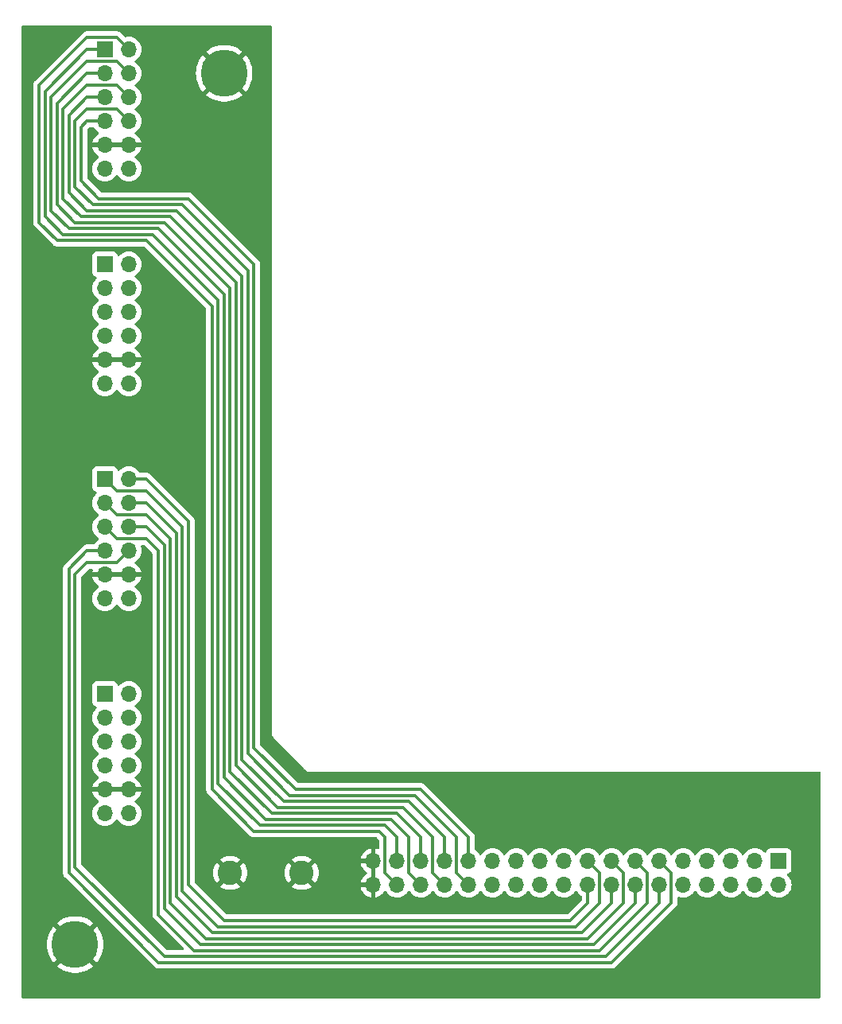
<source format=gbr>
%TF.GenerationSoftware,KiCad,Pcbnew,8.0.2*%
%TF.CreationDate,2024-05-14T21:46:34+09:00*%
%TF.ProjectId,Gender_A7-100_ArduinoDUE,47656e64-6572-45f4-9137-2d3130305f41,rev?*%
%TF.SameCoordinates,Original*%
%TF.FileFunction,Copper,L2,Bot*%
%TF.FilePolarity,Positive*%
%FSLAX46Y46*%
G04 Gerber Fmt 4.6, Leading zero omitted, Abs format (unit mm)*
G04 Created by KiCad (PCBNEW 8.0.2) date 2024-05-14 21:46:34*
%MOMM*%
%LPD*%
G01*
G04 APERTURE LIST*
%TA.AperFunction,ComponentPad*%
%ADD10C,5.000000*%
%TD*%
%TA.AperFunction,ComponentPad*%
%ADD11C,2.600000*%
%TD*%
%TA.AperFunction,ComponentPad*%
%ADD12R,1.700000X1.700000*%
%TD*%
%TA.AperFunction,ComponentPad*%
%ADD13O,1.700000X1.700000*%
%TD*%
%TA.AperFunction,Conductor*%
%ADD14C,0.300000*%
%TD*%
G04 APERTURE END LIST*
D10*
%TO.P,TP1,1,1*%
%TO.N,GND*%
X98425000Y-146050000D03*
%TD*%
D11*
%TO.P,TP3,1,1*%
%TO.N,GND*%
X122555000Y-138430000D03*
X114935000Y-138430000D03*
%TD*%
D10*
%TO.P,TP2,1,1*%
%TO.N,GND*%
X114300000Y-53340000D03*
%TD*%
D12*
%TO.P,JA1,1,Pin_1*%
%TO.N,Net-(J1-Pin_33)*%
X101600000Y-50800000D03*
D13*
%TO.P,JA1,2,Pin_2*%
%TO.N,Net-(J1-Pin_34)*%
X104140000Y-50800000D03*
%TO.P,JA1,3,Pin_3*%
%TO.N,Net-(J1-Pin_31)*%
X101600000Y-53340000D03*
%TO.P,JA1,4,Pin_4*%
%TO.N,Net-(J1-Pin_32)*%
X104140000Y-53340000D03*
%TO.P,JA1,5,Pin_5*%
%TO.N,Net-(J1-Pin_29)*%
X101600000Y-55880000D03*
%TO.P,JA1,6,Pin_6*%
%TO.N,Net-(J1-Pin_30)*%
X104140000Y-55880000D03*
%TO.P,JA1,7,Pin_7*%
%TO.N,Net-(J1-Pin_27)*%
X101600000Y-58420000D03*
%TO.P,JA1,8,Pin_8*%
%TO.N,Net-(J1-Pin_28)*%
X104140000Y-58420000D03*
%TO.P,JA1,9,Pin_9*%
%TO.N,GND*%
X101600000Y-60960000D03*
%TO.P,JA1,10,Pin_10*%
X104140000Y-60960000D03*
%TO.P,JA1,11,Pin_11*%
%TO.N,unconnected-(JA1-Pin_11-Pad11)*%
X101600000Y-63500000D03*
%TO.P,JA1,12,Pin_12*%
%TO.N,unconnected-(JA1-Pin_12-Pad12)*%
X104140000Y-63500000D03*
%TD*%
D12*
%TO.P,JC1,1,Pin_1*%
%TO.N,Net-(J1-Pin_17)*%
X101600000Y-96520000D03*
D13*
%TO.P,JC1,2,Pin_2*%
%TO.N,Net-(J1-Pin_18)*%
X104140000Y-96520000D03*
%TO.P,JC1,3,Pin_3*%
%TO.N,Net-(J1-Pin_15)*%
X101600000Y-99060000D03*
%TO.P,JC1,4,Pin_4*%
%TO.N,Net-(J1-Pin_16)*%
X104140000Y-99060000D03*
%TO.P,JC1,5,Pin_5*%
%TO.N,Net-(J1-Pin_13)*%
X101600000Y-101600000D03*
%TO.P,JC1,6,Pin_6*%
%TO.N,Net-(J1-Pin_14)*%
X104140000Y-101600000D03*
%TO.P,JC1,7,Pin_7*%
%TO.N,Net-(J1-Pin_11)*%
X101600000Y-104140000D03*
%TO.P,JC1,8,Pin_8*%
%TO.N,Net-(J1-Pin_12)*%
X104140000Y-104140000D03*
%TO.P,JC1,9,Pin_9*%
%TO.N,GND*%
X101600000Y-106680000D03*
%TO.P,JC1,10,Pin_10*%
X104140000Y-106680000D03*
%TO.P,JC1,11,Pin_11*%
%TO.N,unconnected-(JC1-Pin_11-Pad11)*%
X101600000Y-109220000D03*
%TO.P,JC1,12,Pin_12*%
%TO.N,unconnected-(JC1-Pin_12-Pad12)*%
X104140000Y-109220000D03*
%TD*%
D12*
%TO.P,JB1,1,Pin_1*%
%TO.N,Net-(J1-Pin_25)*%
X101600000Y-73660000D03*
D13*
%TO.P,JB1,2,Pin_2*%
%TO.N,Net-(J1-Pin_26)*%
X104140000Y-73660000D03*
%TO.P,JB1,3,Pin_3*%
%TO.N,Net-(J1-Pin_23)*%
X101600000Y-76200000D03*
%TO.P,JB1,4,Pin_4*%
%TO.N,Net-(J1-Pin_24)*%
X104140000Y-76200000D03*
%TO.P,JB1,5,Pin_5*%
%TO.N,Net-(J1-Pin_21)*%
X101600000Y-78740000D03*
%TO.P,JB1,6,Pin_6*%
%TO.N,Net-(J1-Pin_22)*%
X104140000Y-78740000D03*
%TO.P,JB1,7,Pin_7*%
%TO.N,Net-(J1-Pin_19)*%
X101600000Y-81280000D03*
%TO.P,JB1,8,Pin_8*%
%TO.N,Net-(J1-Pin_20)*%
X104140000Y-81280000D03*
%TO.P,JB1,9,Pin_9*%
%TO.N,GND*%
X101600000Y-83820000D03*
%TO.P,JB1,10,Pin_10*%
X104140000Y-83820000D03*
%TO.P,JB1,11,Pin_11*%
%TO.N,unconnected-(JB1-Pin_11-Pad11)*%
X101600000Y-86360000D03*
%TO.P,JB1,12,Pin_12*%
%TO.N,unconnected-(JB1-Pin_12-Pad12)*%
X104140000Y-86360000D03*
%TD*%
D12*
%TO.P,JD1,1,Pin_1*%
%TO.N,Net-(J1-Pin_9)*%
X101600000Y-119380000D03*
D13*
%TO.P,JD1,2,Pin_2*%
%TO.N,Net-(J1-Pin_10)*%
X104140000Y-119380000D03*
%TO.P,JD1,3,Pin_3*%
%TO.N,Net-(J1-Pin_7)*%
X101600000Y-121920000D03*
%TO.P,JD1,4,Pin_4*%
%TO.N,Net-(J1-Pin_8)*%
X104140000Y-121920000D03*
%TO.P,JD1,5,Pin_5*%
%TO.N,Net-(J1-Pin_5)*%
X101600000Y-124460000D03*
%TO.P,JD1,6,Pin_6*%
%TO.N,Net-(J1-Pin_6)*%
X104140000Y-124460000D03*
%TO.P,JD1,7,Pin_7*%
%TO.N,Net-(J1-Pin_3)*%
X101600000Y-127000000D03*
%TO.P,JD1,8,Pin_8*%
%TO.N,Net-(J1-Pin_4)*%
X104140000Y-127000000D03*
%TO.P,JD1,9,Pin_9*%
%TO.N,GND*%
X101600000Y-129540000D03*
%TO.P,JD1,10,Pin_10*%
X104140000Y-129540000D03*
%TO.P,JD1,11,Pin_11*%
%TO.N,unconnected-(JD1-Pin_11-Pad11)*%
X101600000Y-132080000D03*
%TO.P,JD1,12,Pin_12*%
%TO.N,unconnected-(JD1-Pin_12-Pad12)*%
X104140000Y-132080000D03*
%TD*%
D12*
%TO.P,J1,1,Pin_1*%
%TO.N,unconnected-(J1-Pin_1-Pad1)*%
X173355000Y-137160000D03*
D13*
%TO.P,J1,2,Pin_2*%
%TO.N,unconnected-(J1-Pin_2-Pad2)*%
X173355000Y-139700000D03*
%TO.P,J1,3,Pin_3*%
%TO.N,Net-(J1-Pin_3)*%
X170815000Y-137160000D03*
%TO.P,J1,4,Pin_4*%
%TO.N,Net-(J1-Pin_4)*%
X170815000Y-139700000D03*
%TO.P,J1,5,Pin_5*%
%TO.N,Net-(J1-Pin_5)*%
X168275000Y-137160000D03*
%TO.P,J1,6,Pin_6*%
%TO.N,Net-(J1-Pin_6)*%
X168275000Y-139700000D03*
%TO.P,J1,7,Pin_7*%
%TO.N,Net-(J1-Pin_7)*%
X165735000Y-137160000D03*
%TO.P,J1,8,Pin_8*%
%TO.N,Net-(J1-Pin_8)*%
X165735000Y-139700000D03*
%TO.P,J1,9,Pin_9*%
%TO.N,Net-(J1-Pin_9)*%
X163195000Y-137160000D03*
%TO.P,J1,10,Pin_10*%
%TO.N,Net-(J1-Pin_10)*%
X163195000Y-139700000D03*
%TO.P,J1,11,Pin_11*%
%TO.N,Net-(J1-Pin_11)*%
X160655000Y-137160000D03*
%TO.P,J1,12,Pin_12*%
%TO.N,Net-(J1-Pin_12)*%
X160655000Y-139700000D03*
%TO.P,J1,13,Pin_13*%
%TO.N,Net-(J1-Pin_13)*%
X158115000Y-137160000D03*
%TO.P,J1,14,Pin_14*%
%TO.N,Net-(J1-Pin_14)*%
X158115000Y-139700000D03*
%TO.P,J1,15,Pin_15*%
%TO.N,Net-(J1-Pin_15)*%
X155575000Y-137160000D03*
%TO.P,J1,16,Pin_16*%
%TO.N,Net-(J1-Pin_16)*%
X155575000Y-139700000D03*
%TO.P,J1,17,Pin_17*%
%TO.N,Net-(J1-Pin_17)*%
X153035000Y-137160000D03*
%TO.P,J1,18,Pin_18*%
%TO.N,Net-(J1-Pin_18)*%
X153035000Y-139700000D03*
%TO.P,J1,19,Pin_19*%
%TO.N,Net-(J1-Pin_19)*%
X150495000Y-137160000D03*
%TO.P,J1,20,Pin_20*%
%TO.N,Net-(J1-Pin_20)*%
X150495000Y-139700000D03*
%TO.P,J1,21,Pin_21*%
%TO.N,Net-(J1-Pin_21)*%
X147955000Y-137160000D03*
%TO.P,J1,22,Pin_22*%
%TO.N,Net-(J1-Pin_22)*%
X147955000Y-139700000D03*
%TO.P,J1,23,Pin_23*%
%TO.N,Net-(J1-Pin_23)*%
X145415000Y-137160000D03*
%TO.P,J1,24,Pin_24*%
%TO.N,Net-(J1-Pin_24)*%
X145415000Y-139700000D03*
%TO.P,J1,25,Pin_25*%
%TO.N,Net-(J1-Pin_25)*%
X142875000Y-137160000D03*
%TO.P,J1,26,Pin_26*%
%TO.N,Net-(J1-Pin_26)*%
X142875000Y-139700000D03*
%TO.P,J1,27,Pin_27*%
%TO.N,Net-(J1-Pin_27)*%
X140335000Y-137160000D03*
%TO.P,J1,28,Pin_28*%
%TO.N,Net-(J1-Pin_28)*%
X140335000Y-139700000D03*
%TO.P,J1,29,Pin_29*%
%TO.N,Net-(J1-Pin_29)*%
X137795000Y-137160000D03*
%TO.P,J1,30,Pin_30*%
%TO.N,Net-(J1-Pin_30)*%
X137795000Y-139700000D03*
%TO.P,J1,31,Pin_31*%
%TO.N,Net-(J1-Pin_31)*%
X135255000Y-137160000D03*
%TO.P,J1,32,Pin_32*%
%TO.N,Net-(J1-Pin_32)*%
X135255000Y-139700000D03*
%TO.P,J1,33,Pin_33*%
%TO.N,Net-(J1-Pin_33)*%
X132715000Y-137160000D03*
%TO.P,J1,34,Pin_34*%
%TO.N,Net-(J1-Pin_34)*%
X132715000Y-139700000D03*
%TO.P,J1,35,Pin_35*%
%TO.N,GND*%
X130175000Y-137160000D03*
%TO.P,J1,36,Pin_36*%
X130175000Y-139700000D03*
%TD*%
D14*
%TO.N,Net-(J1-Pin_29)*%
X137795000Y-134620000D02*
X137795000Y-137160000D01*
X116205000Y-126365000D02*
X120650000Y-130810000D01*
X120650000Y-130810000D02*
X133985000Y-130810000D01*
X116205000Y-74930000D02*
X116205000Y-126365000D01*
X109220000Y-67945000D02*
X116205000Y-74930000D01*
X97790000Y-66040000D02*
X99695000Y-67945000D01*
X99695000Y-67945000D02*
X109220000Y-67945000D01*
X97790000Y-57785000D02*
X97790000Y-66040000D01*
X101600000Y-55880000D02*
X99695000Y-55880000D01*
X133985000Y-130810000D02*
X137795000Y-134620000D01*
X99695000Y-55880000D02*
X97790000Y-57785000D01*
%TO.N,Net-(J1-Pin_30)*%
X136525000Y-138430000D02*
X137795000Y-139700000D01*
X136525000Y-134620000D02*
X136525000Y-138430000D01*
X133350000Y-131445000D02*
X136525000Y-134620000D01*
X120015000Y-131445000D02*
X133350000Y-131445000D01*
X115570000Y-127000000D02*
X120015000Y-131445000D01*
X115570000Y-75565000D02*
X115570000Y-127000000D01*
X108585000Y-68580000D02*
X115570000Y-75565000D01*
X99060000Y-68580000D02*
X108585000Y-68580000D01*
X97155000Y-57150000D02*
X97155000Y-66675000D01*
X99695000Y-54610000D02*
X97155000Y-57150000D01*
X97155000Y-66675000D02*
X99060000Y-68580000D01*
X102870000Y-54610000D02*
X99695000Y-54610000D01*
X104140000Y-55880000D02*
X102870000Y-54610000D01*
%TO.N,Net-(J1-Pin_31)*%
X135255000Y-134620000D02*
X135255000Y-137160000D01*
X132715000Y-132080000D02*
X135255000Y-134620000D01*
X114935000Y-127635000D02*
X119380000Y-132080000D01*
X119380000Y-132080000D02*
X132715000Y-132080000D01*
X107950000Y-69215000D02*
X114935000Y-76200000D01*
X114935000Y-76200000D02*
X114935000Y-127635000D01*
X98425000Y-69215000D02*
X107950000Y-69215000D01*
X96520000Y-67310000D02*
X98425000Y-69215000D01*
X96520000Y-56515000D02*
X96520000Y-67310000D01*
X101600000Y-53340000D02*
X99695000Y-53340000D01*
X99695000Y-53340000D02*
X96520000Y-56515000D01*
%TO.N,Net-(J1-Pin_32)*%
X133985000Y-138430000D02*
X135255000Y-139700000D01*
X133985000Y-134620000D02*
X133985000Y-138430000D01*
X132080000Y-132715000D02*
X133985000Y-134620000D01*
X118745000Y-132715000D02*
X132080000Y-132715000D01*
X114300000Y-128270000D02*
X118745000Y-132715000D01*
X97790000Y-69850000D02*
X107315000Y-69850000D01*
X95885000Y-67945000D02*
X97790000Y-69850000D01*
X107315000Y-69850000D02*
X114300000Y-76835000D01*
X95885000Y-55880000D02*
X95885000Y-67945000D01*
X114300000Y-76835000D02*
X114300000Y-128270000D01*
X99695000Y-52070000D02*
X95885000Y-55880000D01*
X102870000Y-52070000D02*
X99695000Y-52070000D01*
X104140000Y-53340000D02*
X102870000Y-52070000D01*
%TO.N,Net-(J1-Pin_33)*%
X118110000Y-133350000D02*
X131445000Y-133350000D01*
X113665000Y-128905000D02*
X118110000Y-133350000D01*
X97155000Y-70485000D02*
X106680000Y-70485000D01*
X95250000Y-68580000D02*
X97155000Y-70485000D01*
X131445000Y-133350000D02*
X132715000Y-134620000D01*
X95250000Y-55245000D02*
X95250000Y-68580000D01*
X106680000Y-70485000D02*
X113665000Y-77470000D01*
X99695000Y-50800000D02*
X95250000Y-55245000D01*
X101600000Y-50800000D02*
X99695000Y-50800000D01*
X132715000Y-134620000D02*
X132715000Y-137160000D01*
X113665000Y-77470000D02*
X113665000Y-128905000D01*
%TO.N,Net-(J1-Pin_34)*%
X131445000Y-134620000D02*
X131445000Y-138430000D01*
X130810000Y-133985000D02*
X131445000Y-134620000D01*
X117475000Y-133985000D02*
X130810000Y-133985000D01*
X113030000Y-129540000D02*
X117475000Y-133985000D01*
X106045000Y-71120000D02*
X113030000Y-78105000D01*
X96520000Y-71120000D02*
X106045000Y-71120000D01*
X94615000Y-69215000D02*
X96520000Y-71120000D01*
X94615000Y-54610000D02*
X94615000Y-69215000D01*
X131445000Y-138430000D02*
X132715000Y-139700000D01*
X99695000Y-49530000D02*
X94615000Y-54610000D01*
X102870000Y-49530000D02*
X99695000Y-49530000D01*
X113030000Y-78105000D02*
X113030000Y-129540000D01*
X104140000Y-50800000D02*
X102870000Y-49530000D01*
%TO.N,Net-(J1-Pin_27)*%
X140335000Y-134620000D02*
X140335000Y-137160000D01*
X135255000Y-129540000D02*
X140335000Y-134620000D01*
X121920000Y-129540000D02*
X135255000Y-129540000D01*
X117475000Y-73660000D02*
X117475000Y-125095000D01*
X99060000Y-64770000D02*
X100965000Y-66675000D01*
X117475000Y-125095000D02*
X121920000Y-129540000D01*
X99060000Y-59055000D02*
X99060000Y-64770000D01*
X100965000Y-66675000D02*
X110490000Y-66675000D01*
X110490000Y-66675000D02*
X117475000Y-73660000D01*
X99695000Y-58420000D02*
X99060000Y-59055000D01*
X101600000Y-58420000D02*
X99695000Y-58420000D01*
%TO.N,Net-(J1-Pin_18)*%
X106045000Y-96520000D02*
X104140000Y-96520000D01*
X114300000Y-143510000D02*
X110490000Y-139700000D01*
X110490000Y-139700000D02*
X110490000Y-100965000D01*
X151130000Y-143510000D02*
X114300000Y-143510000D01*
X153035000Y-141605000D02*
X151130000Y-143510000D01*
X110490000Y-100965000D02*
X106045000Y-96520000D01*
X153035000Y-139700000D02*
X153035000Y-141605000D01*
%TO.N,Net-(J1-Pin_17)*%
X102870000Y-97790000D02*
X101600000Y-96520000D01*
X106045000Y-97790000D02*
X102870000Y-97790000D01*
X109855000Y-101600000D02*
X106045000Y-97790000D01*
X109855000Y-140335000D02*
X109855000Y-101600000D01*
X154305000Y-141605000D02*
X151765000Y-144145000D01*
X151765000Y-144145000D02*
X113665000Y-144145000D01*
X113665000Y-144145000D02*
X109855000Y-140335000D01*
X154305000Y-138430000D02*
X154305000Y-141605000D01*
X153035000Y-137160000D02*
X154305000Y-138430000D01*
%TO.N,Net-(J1-Pin_15)*%
X102870000Y-100330000D02*
X101600000Y-99060000D01*
X106045000Y-100330000D02*
X102870000Y-100330000D01*
X108585000Y-102870000D02*
X106045000Y-100330000D01*
X112395000Y-145415000D02*
X108585000Y-141605000D01*
X108585000Y-141605000D02*
X108585000Y-102870000D01*
X153035000Y-145415000D02*
X112395000Y-145415000D01*
X156845000Y-138430000D02*
X156845000Y-141605000D01*
X156845000Y-141605000D02*
X153035000Y-145415000D01*
X155575000Y-137160000D02*
X156845000Y-138430000D01*
%TO.N,Net-(J1-Pin_16)*%
X106045000Y-99060000D02*
X104140000Y-99060000D01*
X109220000Y-102235000D02*
X106045000Y-99060000D01*
X152400000Y-144780000D02*
X113030000Y-144780000D01*
X113030000Y-144780000D02*
X109220000Y-140970000D01*
X109220000Y-140970000D02*
X109220000Y-102235000D01*
X155575000Y-139700000D02*
X155575000Y-141605000D01*
X155575000Y-141605000D02*
X152400000Y-144780000D01*
%TO.N,Net-(J1-Pin_14)*%
X107950000Y-103505000D02*
X106045000Y-101600000D01*
X107950000Y-142240000D02*
X107950000Y-103505000D01*
X153670000Y-146050000D02*
X111760000Y-146050000D01*
X111760000Y-146050000D02*
X107950000Y-142240000D01*
X158115000Y-141605000D02*
X153670000Y-146050000D01*
X158115000Y-139700000D02*
X158115000Y-141605000D01*
X106045000Y-101600000D02*
X104140000Y-101600000D01*
%TO.N,Net-(J1-Pin_13)*%
X102870000Y-102870000D02*
X101600000Y-101600000D01*
X107315000Y-104140000D02*
X106045000Y-102870000D01*
X159385000Y-141605000D02*
X154305000Y-146685000D01*
X154305000Y-146685000D02*
X111125000Y-146685000D01*
X111125000Y-146685000D02*
X107315000Y-142875000D01*
X159385000Y-138430000D02*
X159385000Y-141605000D01*
X158115000Y-137160000D02*
X159385000Y-138430000D01*
X107315000Y-142875000D02*
X107315000Y-104140000D01*
X106045000Y-102870000D02*
X102870000Y-102870000D01*
%TO.N,Net-(J1-Pin_12)*%
X160655000Y-141605000D02*
X160655000Y-139700000D01*
X98425000Y-137795000D02*
X107950000Y-147320000D01*
X98425000Y-106680000D02*
X98425000Y-137795000D01*
X102870000Y-105410000D02*
X99695000Y-105410000D01*
X99695000Y-105410000D02*
X98425000Y-106680000D01*
X107950000Y-147320000D02*
X154940000Y-147320000D01*
X104140000Y-104140000D02*
X102870000Y-105410000D01*
X154940000Y-147320000D02*
X160655000Y-141605000D01*
%TO.N,Net-(J1-Pin_11)*%
X161925000Y-141605000D02*
X161925000Y-138430000D01*
X107315000Y-147955000D02*
X155575000Y-147955000D01*
X97790000Y-106045000D02*
X97790000Y-138430000D01*
X99695000Y-104140000D02*
X97790000Y-106045000D01*
X97790000Y-138430000D02*
X107315000Y-147955000D01*
X155575000Y-147955000D02*
X161925000Y-141605000D01*
X161925000Y-138430000D02*
X160655000Y-137160000D01*
X101600000Y-104140000D02*
X99695000Y-104140000D01*
%TO.N,Net-(J1-Pin_28)*%
X139065000Y-138430000D02*
X140335000Y-139700000D01*
X139065000Y-134620000D02*
X139065000Y-138430000D01*
X134620000Y-130175000D02*
X139065000Y-134620000D01*
X121285000Y-130175000D02*
X134620000Y-130175000D01*
X116840000Y-125730000D02*
X121285000Y-130175000D01*
X109855000Y-67310000D02*
X116840000Y-74295000D01*
X98425000Y-58420000D02*
X98425000Y-65405000D01*
X99695000Y-57150000D02*
X98425000Y-58420000D01*
X102870000Y-57150000D02*
X99695000Y-57150000D01*
X98425000Y-65405000D02*
X100330000Y-67310000D01*
X116840000Y-74295000D02*
X116840000Y-125730000D01*
X104140000Y-58420000D02*
X102870000Y-57150000D01*
X100330000Y-67310000D02*
X109855000Y-67310000D01*
%TD*%
%TA.AperFunction,Conductor*%
%TO.N,GND*%
G36*
X103674075Y-129347007D02*
G01*
X103640000Y-129474174D01*
X103640000Y-129605826D01*
X103674075Y-129732993D01*
X103706988Y-129790000D01*
X102033012Y-129790000D01*
X102065925Y-129732993D01*
X102100000Y-129605826D01*
X102100000Y-129474174D01*
X102065925Y-129347007D01*
X102033012Y-129290000D01*
X103706988Y-129290000D01*
X103674075Y-129347007D01*
G37*
%TD.AperFunction*%
%TA.AperFunction,Conductor*%
G36*
X105791231Y-103540185D02*
G01*
X105811873Y-103556819D01*
X106628181Y-104373126D01*
X106661666Y-104434449D01*
X106664500Y-104460807D01*
X106664500Y-142939070D01*
X106677560Y-143004723D01*
X106677560Y-143004725D01*
X106689497Y-143064736D01*
X106689499Y-143064744D01*
X106738534Y-143183125D01*
X106809726Y-143289673D01*
X106809727Y-143289674D01*
X109977873Y-146457819D01*
X110011358Y-146519142D01*
X110006374Y-146588834D01*
X109964502Y-146644767D01*
X109899038Y-146669184D01*
X109890192Y-146669500D01*
X108270807Y-146669500D01*
X108203768Y-146649815D01*
X108183126Y-146633181D01*
X99111819Y-137561873D01*
X99078334Y-137500550D01*
X99075500Y-137474192D01*
X99075500Y-121919999D01*
X100244341Y-121919999D01*
X100244341Y-121920000D01*
X100264936Y-122155403D01*
X100264938Y-122155413D01*
X100326094Y-122383655D01*
X100326096Y-122383659D01*
X100326097Y-122383663D01*
X100330000Y-122392032D01*
X100425965Y-122597830D01*
X100425967Y-122597834D01*
X100534281Y-122752521D01*
X100561501Y-122791396D01*
X100561506Y-122791402D01*
X100728597Y-122958493D01*
X100728603Y-122958498D01*
X100914158Y-123088425D01*
X100957783Y-123143002D01*
X100964977Y-123212500D01*
X100933454Y-123274855D01*
X100914158Y-123291575D01*
X100728597Y-123421505D01*
X100561505Y-123588597D01*
X100425965Y-123782169D01*
X100425964Y-123782171D01*
X100326098Y-123996335D01*
X100326094Y-123996344D01*
X100264938Y-124224586D01*
X100264936Y-124224596D01*
X100244341Y-124459999D01*
X100244341Y-124460000D01*
X100264936Y-124695403D01*
X100264938Y-124695413D01*
X100326094Y-124923655D01*
X100326096Y-124923659D01*
X100326097Y-124923663D01*
X100330000Y-124932032D01*
X100425965Y-125137830D01*
X100425967Y-125137834D01*
X100534281Y-125292521D01*
X100561501Y-125331396D01*
X100561506Y-125331402D01*
X100728597Y-125498493D01*
X100728603Y-125498498D01*
X100914158Y-125628425D01*
X100957783Y-125683002D01*
X100964977Y-125752500D01*
X100933454Y-125814855D01*
X100914158Y-125831575D01*
X100728597Y-125961505D01*
X100561505Y-126128597D01*
X100425965Y-126322169D01*
X100425964Y-126322171D01*
X100326098Y-126536335D01*
X100326094Y-126536344D01*
X100264938Y-126764586D01*
X100264936Y-126764596D01*
X100244341Y-126999999D01*
X100244341Y-127000000D01*
X100264936Y-127235403D01*
X100264938Y-127235413D01*
X100326094Y-127463655D01*
X100326096Y-127463659D01*
X100326097Y-127463663D01*
X100405993Y-127635000D01*
X100425965Y-127677830D01*
X100425967Y-127677834D01*
X100446732Y-127707489D01*
X100561501Y-127871396D01*
X100561506Y-127871402D01*
X100728597Y-128038493D01*
X100728603Y-128038498D01*
X100914594Y-128168730D01*
X100958219Y-128223307D01*
X100965413Y-128292805D01*
X100933890Y-128355160D01*
X100914595Y-128371880D01*
X100728922Y-128501890D01*
X100728920Y-128501891D01*
X100561891Y-128668920D01*
X100561886Y-128668926D01*
X100426400Y-128862420D01*
X100426399Y-128862422D01*
X100326570Y-129076507D01*
X100326567Y-129076513D01*
X100269364Y-129289999D01*
X100269364Y-129290000D01*
X101166988Y-129290000D01*
X101134075Y-129347007D01*
X101100000Y-129474174D01*
X101100000Y-129605826D01*
X101134075Y-129732993D01*
X101166988Y-129790000D01*
X100269364Y-129790000D01*
X100326567Y-130003486D01*
X100326570Y-130003492D01*
X100426399Y-130217578D01*
X100561894Y-130411082D01*
X100728917Y-130578105D01*
X100914595Y-130708119D01*
X100958219Y-130762696D01*
X100965412Y-130832195D01*
X100933890Y-130894549D01*
X100914595Y-130911269D01*
X100728594Y-131041508D01*
X100561505Y-131208597D01*
X100425965Y-131402169D01*
X100425964Y-131402171D01*
X100326098Y-131616335D01*
X100326094Y-131616344D01*
X100264938Y-131844586D01*
X100264936Y-131844596D01*
X100244341Y-132079999D01*
X100244341Y-132080000D01*
X100264936Y-132315403D01*
X100264938Y-132315413D01*
X100326094Y-132543655D01*
X100326096Y-132543659D01*
X100326097Y-132543663D01*
X100330000Y-132552032D01*
X100425965Y-132757830D01*
X100425967Y-132757834D01*
X100534281Y-132912521D01*
X100561505Y-132951401D01*
X100728599Y-133118495D01*
X100825384Y-133186265D01*
X100922165Y-133254032D01*
X100922167Y-133254033D01*
X100922170Y-133254035D01*
X101136337Y-133353903D01*
X101364592Y-133415063D01*
X101552918Y-133431539D01*
X101599999Y-133435659D01*
X101600000Y-133435659D01*
X101600001Y-133435659D01*
X101639234Y-133432226D01*
X101835408Y-133415063D01*
X102063663Y-133353903D01*
X102277830Y-133254035D01*
X102471401Y-133118495D01*
X102638495Y-132951401D01*
X102768425Y-132765842D01*
X102823002Y-132722217D01*
X102892500Y-132715023D01*
X102954855Y-132746546D01*
X102971575Y-132765842D01*
X103101500Y-132951395D01*
X103101505Y-132951401D01*
X103268599Y-133118495D01*
X103365384Y-133186265D01*
X103462165Y-133254032D01*
X103462167Y-133254033D01*
X103462170Y-133254035D01*
X103676337Y-133353903D01*
X103904592Y-133415063D01*
X104092918Y-133431539D01*
X104139999Y-133435659D01*
X104140000Y-133435659D01*
X104140001Y-133435659D01*
X104179234Y-133432226D01*
X104375408Y-133415063D01*
X104603663Y-133353903D01*
X104817830Y-133254035D01*
X105011401Y-133118495D01*
X105178495Y-132951401D01*
X105314035Y-132757830D01*
X105413903Y-132543663D01*
X105475063Y-132315408D01*
X105495659Y-132080000D01*
X105475063Y-131844592D01*
X105413903Y-131616337D01*
X105314035Y-131402171D01*
X105308425Y-131394158D01*
X105178494Y-131208597D01*
X105011402Y-131041506D01*
X105011401Y-131041505D01*
X104825405Y-130911269D01*
X104781781Y-130856692D01*
X104774588Y-130787193D01*
X104806110Y-130724839D01*
X104825405Y-130708119D01*
X105011082Y-130578105D01*
X105178105Y-130411082D01*
X105313600Y-130217578D01*
X105413429Y-130003492D01*
X105413432Y-130003486D01*
X105470636Y-129790000D01*
X104573012Y-129790000D01*
X104605925Y-129732993D01*
X104640000Y-129605826D01*
X104640000Y-129474174D01*
X104605925Y-129347007D01*
X104573012Y-129290000D01*
X105470636Y-129290000D01*
X105470635Y-129289999D01*
X105413432Y-129076513D01*
X105413429Y-129076507D01*
X105313600Y-128862422D01*
X105313599Y-128862420D01*
X105178113Y-128668926D01*
X105178108Y-128668920D01*
X105011078Y-128501890D01*
X104825405Y-128371879D01*
X104781780Y-128317302D01*
X104774588Y-128247804D01*
X104806110Y-128185449D01*
X104825406Y-128168730D01*
X105011401Y-128038495D01*
X105178495Y-127871401D01*
X105314035Y-127677830D01*
X105413903Y-127463663D01*
X105475063Y-127235408D01*
X105495659Y-127000000D01*
X105475063Y-126764592D01*
X105413903Y-126536337D01*
X105314035Y-126322171D01*
X105308425Y-126314158D01*
X105178494Y-126128597D01*
X105011402Y-125961506D01*
X105011396Y-125961501D01*
X104825842Y-125831575D01*
X104782217Y-125776998D01*
X104775023Y-125707500D01*
X104806546Y-125645145D01*
X104825842Y-125628425D01*
X104848026Y-125612891D01*
X105011401Y-125498495D01*
X105178495Y-125331401D01*
X105314035Y-125137830D01*
X105413903Y-124923663D01*
X105475063Y-124695408D01*
X105495659Y-124460000D01*
X105475063Y-124224592D01*
X105413903Y-123996337D01*
X105314035Y-123782171D01*
X105308425Y-123774158D01*
X105178494Y-123588597D01*
X105011402Y-123421506D01*
X105011396Y-123421501D01*
X104825842Y-123291575D01*
X104782217Y-123236998D01*
X104775023Y-123167500D01*
X104806546Y-123105145D01*
X104825842Y-123088425D01*
X104848026Y-123072891D01*
X105011401Y-122958495D01*
X105178495Y-122791401D01*
X105314035Y-122597830D01*
X105413903Y-122383663D01*
X105475063Y-122155408D01*
X105495659Y-121920000D01*
X105475063Y-121684592D01*
X105413903Y-121456337D01*
X105314035Y-121242171D01*
X105308425Y-121234158D01*
X105178494Y-121048597D01*
X105011402Y-120881506D01*
X105011396Y-120881501D01*
X104825842Y-120751575D01*
X104782217Y-120696998D01*
X104775023Y-120627500D01*
X104806546Y-120565145D01*
X104825842Y-120548425D01*
X104848026Y-120532891D01*
X105011401Y-120418495D01*
X105178495Y-120251401D01*
X105314035Y-120057830D01*
X105413903Y-119843663D01*
X105475063Y-119615408D01*
X105495659Y-119380000D01*
X105475063Y-119144592D01*
X105413903Y-118916337D01*
X105314035Y-118702171D01*
X105178495Y-118508599D01*
X105178494Y-118508597D01*
X105011402Y-118341506D01*
X105011395Y-118341501D01*
X104817834Y-118205967D01*
X104817830Y-118205965D01*
X104817828Y-118205964D01*
X104603663Y-118106097D01*
X104603659Y-118106096D01*
X104603655Y-118106094D01*
X104375413Y-118044938D01*
X104375403Y-118044936D01*
X104140001Y-118024341D01*
X104139999Y-118024341D01*
X103904596Y-118044936D01*
X103904586Y-118044938D01*
X103676344Y-118106094D01*
X103676335Y-118106098D01*
X103462171Y-118205964D01*
X103462169Y-118205965D01*
X103268600Y-118341503D01*
X103146673Y-118463430D01*
X103085350Y-118496914D01*
X103015658Y-118491930D01*
X102959725Y-118450058D01*
X102942810Y-118419081D01*
X102893797Y-118287671D01*
X102893793Y-118287664D01*
X102807547Y-118172455D01*
X102807544Y-118172452D01*
X102692335Y-118086206D01*
X102692328Y-118086202D01*
X102557482Y-118035908D01*
X102557483Y-118035908D01*
X102497883Y-118029501D01*
X102497881Y-118029500D01*
X102497873Y-118029500D01*
X102497864Y-118029500D01*
X100702129Y-118029500D01*
X100702123Y-118029501D01*
X100642516Y-118035908D01*
X100507671Y-118086202D01*
X100507664Y-118086206D01*
X100392455Y-118172452D01*
X100392452Y-118172455D01*
X100306206Y-118287664D01*
X100306202Y-118287671D01*
X100255908Y-118422517D01*
X100249501Y-118482116D01*
X100249500Y-118482135D01*
X100249500Y-120277870D01*
X100249501Y-120277876D01*
X100255908Y-120337483D01*
X100306202Y-120472328D01*
X100306206Y-120472335D01*
X100392452Y-120587544D01*
X100392455Y-120587547D01*
X100507664Y-120673793D01*
X100507671Y-120673797D01*
X100639081Y-120722810D01*
X100695015Y-120764681D01*
X100719432Y-120830145D01*
X100704580Y-120898418D01*
X100683430Y-120926673D01*
X100561503Y-121048600D01*
X100425965Y-121242169D01*
X100425964Y-121242171D01*
X100326098Y-121456335D01*
X100326094Y-121456344D01*
X100264938Y-121684586D01*
X100264936Y-121684596D01*
X100244341Y-121919999D01*
X99075500Y-121919999D01*
X99075500Y-107000807D01*
X99095185Y-106933768D01*
X99111819Y-106913126D01*
X99928126Y-106096819D01*
X99989449Y-106063334D01*
X100015807Y-106060500D01*
X100206772Y-106060500D01*
X100273811Y-106080185D01*
X100319566Y-106132989D01*
X100329510Y-106202147D01*
X100326547Y-106216594D01*
X100269364Y-106429999D01*
X100269364Y-106430000D01*
X101166988Y-106430000D01*
X101134075Y-106487007D01*
X101100000Y-106614174D01*
X101100000Y-106745826D01*
X101134075Y-106872993D01*
X101166988Y-106930000D01*
X100269364Y-106930000D01*
X100326567Y-107143486D01*
X100326570Y-107143492D01*
X100426399Y-107357578D01*
X100561894Y-107551082D01*
X100728917Y-107718105D01*
X100914595Y-107848119D01*
X100958219Y-107902696D01*
X100965412Y-107972195D01*
X100933890Y-108034549D01*
X100914595Y-108051269D01*
X100728594Y-108181508D01*
X100561505Y-108348597D01*
X100425965Y-108542169D01*
X100425964Y-108542171D01*
X100326098Y-108756335D01*
X100326094Y-108756344D01*
X100264938Y-108984586D01*
X100264936Y-108984596D01*
X100244341Y-109219999D01*
X100244341Y-109220000D01*
X100264936Y-109455403D01*
X100264938Y-109455413D01*
X100326094Y-109683655D01*
X100326096Y-109683659D01*
X100326097Y-109683663D01*
X100330000Y-109692032D01*
X100425965Y-109897830D01*
X100425967Y-109897834D01*
X100534281Y-110052521D01*
X100561505Y-110091401D01*
X100728599Y-110258495D01*
X100825384Y-110326265D01*
X100922165Y-110394032D01*
X100922167Y-110394033D01*
X100922170Y-110394035D01*
X101136337Y-110493903D01*
X101364592Y-110555063D01*
X101552918Y-110571539D01*
X101599999Y-110575659D01*
X101600000Y-110575659D01*
X101600001Y-110575659D01*
X101639234Y-110572226D01*
X101835408Y-110555063D01*
X102063663Y-110493903D01*
X102277830Y-110394035D01*
X102471401Y-110258495D01*
X102638495Y-110091401D01*
X102768425Y-109905842D01*
X102823002Y-109862217D01*
X102892500Y-109855023D01*
X102954855Y-109886546D01*
X102971575Y-109905842D01*
X103101500Y-110091395D01*
X103101505Y-110091401D01*
X103268599Y-110258495D01*
X103365384Y-110326265D01*
X103462165Y-110394032D01*
X103462167Y-110394033D01*
X103462170Y-110394035D01*
X103676337Y-110493903D01*
X103904592Y-110555063D01*
X104092918Y-110571539D01*
X104139999Y-110575659D01*
X104140000Y-110575659D01*
X104140001Y-110575659D01*
X104179234Y-110572226D01*
X104375408Y-110555063D01*
X104603663Y-110493903D01*
X104817830Y-110394035D01*
X105011401Y-110258495D01*
X105178495Y-110091401D01*
X105314035Y-109897830D01*
X105413903Y-109683663D01*
X105475063Y-109455408D01*
X105495659Y-109220000D01*
X105475063Y-108984592D01*
X105413903Y-108756337D01*
X105314035Y-108542171D01*
X105308425Y-108534158D01*
X105178494Y-108348597D01*
X105011402Y-108181506D01*
X105011401Y-108181505D01*
X104825405Y-108051269D01*
X104781781Y-107996692D01*
X104774588Y-107927193D01*
X104806110Y-107864839D01*
X104825405Y-107848119D01*
X105011082Y-107718105D01*
X105178105Y-107551082D01*
X105313600Y-107357578D01*
X105413429Y-107143492D01*
X105413432Y-107143486D01*
X105470636Y-106930000D01*
X104573012Y-106930000D01*
X104605925Y-106872993D01*
X104640000Y-106745826D01*
X104640000Y-106614174D01*
X104605925Y-106487007D01*
X104573012Y-106430000D01*
X105470636Y-106430000D01*
X105470635Y-106429999D01*
X105413432Y-106216513D01*
X105413429Y-106216507D01*
X105313600Y-106002422D01*
X105313599Y-106002420D01*
X105178113Y-105808926D01*
X105178108Y-105808920D01*
X105011078Y-105641890D01*
X104825405Y-105511879D01*
X104781780Y-105457302D01*
X104774588Y-105387804D01*
X104806110Y-105325449D01*
X104825406Y-105308730D01*
X105011401Y-105178495D01*
X105178495Y-105011401D01*
X105314035Y-104817830D01*
X105413903Y-104603663D01*
X105475063Y-104375408D01*
X105495659Y-104140000D01*
X105475063Y-103904592D01*
X105413972Y-103676593D01*
X105415635Y-103606743D01*
X105454798Y-103548881D01*
X105519026Y-103521377D01*
X105533747Y-103520500D01*
X105724192Y-103520500D01*
X105791231Y-103540185D01*
G37*
%TD.AperFunction*%
%TA.AperFunction,Conductor*%
G36*
X130425000Y-139266988D02*
G01*
X130367993Y-139234075D01*
X130240826Y-139200000D01*
X130109174Y-139200000D01*
X129982007Y-139234075D01*
X129925000Y-139266988D01*
X129925000Y-137593012D01*
X129982007Y-137625925D01*
X130109174Y-137660000D01*
X130240826Y-137660000D01*
X130367993Y-137625925D01*
X130425000Y-137593012D01*
X130425000Y-139266988D01*
G37*
%TD.AperFunction*%
%TA.AperFunction,Conductor*%
G36*
X103674075Y-106487007D02*
G01*
X103640000Y-106614174D01*
X103640000Y-106745826D01*
X103674075Y-106872993D01*
X103706988Y-106930000D01*
X102033012Y-106930000D01*
X102065925Y-106872993D01*
X102100000Y-106745826D01*
X102100000Y-106614174D01*
X102065925Y-106487007D01*
X102033012Y-106430000D01*
X103706988Y-106430000D01*
X103674075Y-106487007D01*
G37*
%TD.AperFunction*%
%TA.AperFunction,Conductor*%
G36*
X103674075Y-60767007D02*
G01*
X103640000Y-60894174D01*
X103640000Y-61025826D01*
X103674075Y-61152993D01*
X103706988Y-61210000D01*
X102033012Y-61210000D01*
X102065925Y-61152993D01*
X102100000Y-61025826D01*
X102100000Y-60894174D01*
X102065925Y-60767007D01*
X102033012Y-60710000D01*
X103706988Y-60710000D01*
X103674075Y-60767007D01*
G37*
%TD.AperFunction*%
%TA.AperFunction,Conductor*%
G36*
X103674075Y-83627007D02*
G01*
X103640000Y-83754174D01*
X103640000Y-83885826D01*
X103674075Y-84012993D01*
X103706988Y-84070000D01*
X102033012Y-84070000D01*
X102065925Y-84012993D01*
X102100000Y-83885826D01*
X102100000Y-83754174D01*
X102065925Y-83627007D01*
X102033012Y-83570000D01*
X103706988Y-83570000D01*
X103674075Y-83627007D01*
G37*
%TD.AperFunction*%
%TA.AperFunction,Conductor*%
G36*
X119323039Y-48279685D02*
G01*
X119368794Y-48332489D01*
X119380000Y-48384000D01*
X119380000Y-123825000D01*
X119516116Y-123961116D01*
X119544881Y-124010933D01*
X119545498Y-124010678D01*
X119547438Y-124015361D01*
X119548208Y-124016695D01*
X119548606Y-124018183D01*
X119548607Y-124018185D01*
X119548608Y-124018186D01*
X119614500Y-124132314D01*
X122789500Y-127307314D01*
X122882686Y-127400500D01*
X122962905Y-127446815D01*
X122996810Y-127466390D01*
X122996814Y-127466392D01*
X122998295Y-127466788D01*
X122999620Y-127467554D01*
X123004321Y-127469501D01*
X123004064Y-127470119D01*
X123053882Y-127498882D01*
X123190000Y-127635000D01*
X177676000Y-127635000D01*
X177743039Y-127654685D01*
X177788794Y-127707489D01*
X177800000Y-127759000D01*
X177800000Y-151641000D01*
X177780315Y-151708039D01*
X177727511Y-151753794D01*
X177676000Y-151765000D01*
X92834000Y-151765000D01*
X92766961Y-151745315D01*
X92721206Y-151692511D01*
X92710000Y-151641000D01*
X92710000Y-146049996D01*
X95419916Y-146049996D01*
X95419916Y-146050003D01*
X95440235Y-146398869D01*
X95440236Y-146398880D01*
X95500914Y-146743002D01*
X95500916Y-146743011D01*
X95601145Y-147077800D01*
X95739555Y-147398670D01*
X95739561Y-147398683D01*
X95914289Y-147701322D01*
X96122967Y-147981625D01*
X96131148Y-147990296D01*
X96845079Y-147276365D01*
X96918094Y-147371521D01*
X97103479Y-147556906D01*
X97198632Y-147629919D01*
X96487818Y-148340733D01*
X96487819Y-148340734D01*
X96630484Y-148460445D01*
X96922461Y-148652480D01*
X97234739Y-148809314D01*
X97234745Y-148809316D01*
X97563130Y-148928838D01*
X97563133Y-148928839D01*
X97903171Y-149009429D01*
X98250276Y-149049999D01*
X98250277Y-149050000D01*
X98599723Y-149050000D01*
X98599723Y-149049999D01*
X98946827Y-149009429D01*
X98946829Y-149009429D01*
X99286866Y-148928839D01*
X99286869Y-148928838D01*
X99615254Y-148809316D01*
X99615260Y-148809314D01*
X99927538Y-148652480D01*
X100219509Y-148460449D01*
X100219510Y-148460448D01*
X100362179Y-148340734D01*
X100362180Y-148340733D01*
X99651367Y-147629919D01*
X99746521Y-147556906D01*
X99931906Y-147371521D01*
X100004919Y-147276367D01*
X100718849Y-147990297D01*
X100718851Y-147990296D01*
X100727022Y-147981636D01*
X100727033Y-147981623D01*
X100935710Y-147701322D01*
X101110438Y-147398683D01*
X101110444Y-147398670D01*
X101248854Y-147077800D01*
X101349083Y-146743011D01*
X101349085Y-146743002D01*
X101409763Y-146398880D01*
X101409764Y-146398869D01*
X101430084Y-146050003D01*
X101430084Y-146049996D01*
X101409764Y-145701130D01*
X101409763Y-145701119D01*
X101349085Y-145356997D01*
X101349083Y-145356988D01*
X101248854Y-145022199D01*
X101110444Y-144701329D01*
X101110438Y-144701316D01*
X100935710Y-144398677D01*
X100727032Y-144118374D01*
X100718850Y-144109702D01*
X100004919Y-144823632D01*
X99931906Y-144728479D01*
X99746521Y-144543094D01*
X99651366Y-144470079D01*
X100362180Y-143759265D01*
X100362179Y-143759264D01*
X100219519Y-143639557D01*
X99927538Y-143447519D01*
X99615260Y-143290685D01*
X99615254Y-143290683D01*
X99286869Y-143171161D01*
X99286866Y-143171160D01*
X98946828Y-143090570D01*
X98599723Y-143050000D01*
X98250277Y-143050000D01*
X97903172Y-143090570D01*
X97903170Y-143090570D01*
X97563133Y-143171160D01*
X97563130Y-143171161D01*
X97234745Y-143290683D01*
X97234739Y-143290685D01*
X96922461Y-143447519D01*
X96630480Y-143639557D01*
X96487819Y-143759264D01*
X96487818Y-143759265D01*
X97198633Y-144470079D01*
X97103479Y-144543094D01*
X96918094Y-144728479D01*
X96845080Y-144823633D01*
X96131148Y-144109701D01*
X96131147Y-144109702D01*
X96122976Y-144118363D01*
X96122972Y-144118368D01*
X95914289Y-144398677D01*
X95739561Y-144701316D01*
X95739555Y-144701329D01*
X95601145Y-145022199D01*
X95500916Y-145356988D01*
X95500914Y-145356997D01*
X95440236Y-145701119D01*
X95440235Y-145701130D01*
X95419916Y-146049996D01*
X92710000Y-146049996D01*
X92710000Y-76199999D01*
X100244341Y-76199999D01*
X100244341Y-76200000D01*
X100264936Y-76435403D01*
X100264938Y-76435413D01*
X100326094Y-76663655D01*
X100326096Y-76663659D01*
X100326097Y-76663663D01*
X100330000Y-76672032D01*
X100425965Y-76877830D01*
X100425967Y-76877834D01*
X100534281Y-77032521D01*
X100561501Y-77071396D01*
X100561506Y-77071402D01*
X100728597Y-77238493D01*
X100728603Y-77238498D01*
X100914158Y-77368425D01*
X100957783Y-77423002D01*
X100964977Y-77492500D01*
X100933454Y-77554855D01*
X100914158Y-77571575D01*
X100728597Y-77701505D01*
X100561505Y-77868597D01*
X100425965Y-78062169D01*
X100425964Y-78062171D01*
X100326098Y-78276335D01*
X100326094Y-78276344D01*
X100264938Y-78504586D01*
X100264936Y-78504596D01*
X100244341Y-78739999D01*
X100244341Y-78740000D01*
X100264936Y-78975403D01*
X100264938Y-78975413D01*
X100326094Y-79203655D01*
X100326096Y-79203659D01*
X100326097Y-79203663D01*
X100330000Y-79212032D01*
X100425965Y-79417830D01*
X100425967Y-79417834D01*
X100534281Y-79572521D01*
X100561501Y-79611396D01*
X100561506Y-79611402D01*
X100728597Y-79778493D01*
X100728603Y-79778498D01*
X100914158Y-79908425D01*
X100957783Y-79963002D01*
X100964977Y-80032500D01*
X100933454Y-80094855D01*
X100914158Y-80111575D01*
X100728597Y-80241505D01*
X100561505Y-80408597D01*
X100425965Y-80602169D01*
X100425964Y-80602171D01*
X100326098Y-80816335D01*
X100326094Y-80816344D01*
X100264938Y-81044586D01*
X100264936Y-81044596D01*
X100244341Y-81279999D01*
X100244341Y-81280000D01*
X100264936Y-81515403D01*
X100264938Y-81515413D01*
X100326094Y-81743655D01*
X100326096Y-81743659D01*
X100326097Y-81743663D01*
X100330000Y-81752032D01*
X100425965Y-81957830D01*
X100425967Y-81957834D01*
X100534281Y-82112521D01*
X100561501Y-82151396D01*
X100561506Y-82151402D01*
X100728597Y-82318493D01*
X100728603Y-82318498D01*
X100914594Y-82448730D01*
X100958219Y-82503307D01*
X100965413Y-82572805D01*
X100933890Y-82635160D01*
X100914595Y-82651880D01*
X100728922Y-82781890D01*
X100728920Y-82781891D01*
X100561891Y-82948920D01*
X100561886Y-82948926D01*
X100426400Y-83142420D01*
X100426399Y-83142422D01*
X100326570Y-83356507D01*
X100326567Y-83356513D01*
X100269364Y-83569999D01*
X100269364Y-83570000D01*
X101166988Y-83570000D01*
X101134075Y-83627007D01*
X101100000Y-83754174D01*
X101100000Y-83885826D01*
X101134075Y-84012993D01*
X101166988Y-84070000D01*
X100269364Y-84070000D01*
X100326567Y-84283486D01*
X100326570Y-84283492D01*
X100426399Y-84497578D01*
X100561894Y-84691082D01*
X100728917Y-84858105D01*
X100914595Y-84988119D01*
X100958219Y-85042696D01*
X100965412Y-85112195D01*
X100933890Y-85174549D01*
X100914595Y-85191269D01*
X100728594Y-85321508D01*
X100561505Y-85488597D01*
X100425965Y-85682169D01*
X100425964Y-85682171D01*
X100326098Y-85896335D01*
X100326094Y-85896344D01*
X100264938Y-86124586D01*
X100264936Y-86124596D01*
X100244341Y-86359999D01*
X100244341Y-86360000D01*
X100264936Y-86595403D01*
X100264938Y-86595413D01*
X100326094Y-86823655D01*
X100326096Y-86823659D01*
X100326097Y-86823663D01*
X100330000Y-86832032D01*
X100425965Y-87037830D01*
X100425967Y-87037834D01*
X100534281Y-87192521D01*
X100561505Y-87231401D01*
X100728599Y-87398495D01*
X100825384Y-87466265D01*
X100922165Y-87534032D01*
X100922167Y-87534033D01*
X100922170Y-87534035D01*
X101136337Y-87633903D01*
X101364592Y-87695063D01*
X101552918Y-87711539D01*
X101599999Y-87715659D01*
X101600000Y-87715659D01*
X101600001Y-87715659D01*
X101639234Y-87712226D01*
X101835408Y-87695063D01*
X102063663Y-87633903D01*
X102277830Y-87534035D01*
X102471401Y-87398495D01*
X102638495Y-87231401D01*
X102768425Y-87045842D01*
X102823002Y-87002217D01*
X102892500Y-86995023D01*
X102954855Y-87026546D01*
X102971575Y-87045842D01*
X103101500Y-87231395D01*
X103101505Y-87231401D01*
X103268599Y-87398495D01*
X103365384Y-87466265D01*
X103462165Y-87534032D01*
X103462167Y-87534033D01*
X103462170Y-87534035D01*
X103676337Y-87633903D01*
X103904592Y-87695063D01*
X104092918Y-87711539D01*
X104139999Y-87715659D01*
X104140000Y-87715659D01*
X104140001Y-87715659D01*
X104179234Y-87712226D01*
X104375408Y-87695063D01*
X104603663Y-87633903D01*
X104817830Y-87534035D01*
X105011401Y-87398495D01*
X105178495Y-87231401D01*
X105314035Y-87037830D01*
X105413903Y-86823663D01*
X105475063Y-86595408D01*
X105495659Y-86360000D01*
X105475063Y-86124592D01*
X105413903Y-85896337D01*
X105314035Y-85682171D01*
X105308425Y-85674158D01*
X105178494Y-85488597D01*
X105011402Y-85321506D01*
X105011401Y-85321505D01*
X104825405Y-85191269D01*
X104781781Y-85136692D01*
X104774588Y-85067193D01*
X104806110Y-85004839D01*
X104825405Y-84988119D01*
X105011082Y-84858105D01*
X105178105Y-84691082D01*
X105313600Y-84497578D01*
X105413429Y-84283492D01*
X105413432Y-84283486D01*
X105470636Y-84070000D01*
X104573012Y-84070000D01*
X104605925Y-84012993D01*
X104640000Y-83885826D01*
X104640000Y-83754174D01*
X104605925Y-83627007D01*
X104573012Y-83570000D01*
X105470636Y-83570000D01*
X105470635Y-83569999D01*
X105413432Y-83356513D01*
X105413429Y-83356507D01*
X105313600Y-83142422D01*
X105313599Y-83142420D01*
X105178113Y-82948926D01*
X105178108Y-82948920D01*
X105011078Y-82781890D01*
X104825405Y-82651879D01*
X104781780Y-82597302D01*
X104774588Y-82527804D01*
X104806110Y-82465449D01*
X104825406Y-82448730D01*
X105011401Y-82318495D01*
X105178495Y-82151401D01*
X105314035Y-81957830D01*
X105413903Y-81743663D01*
X105475063Y-81515408D01*
X105495659Y-81280000D01*
X105475063Y-81044592D01*
X105413903Y-80816337D01*
X105314035Y-80602171D01*
X105308425Y-80594158D01*
X105178494Y-80408597D01*
X105011402Y-80241506D01*
X105011396Y-80241501D01*
X104825842Y-80111575D01*
X104782217Y-80056998D01*
X104775023Y-79987500D01*
X104806546Y-79925145D01*
X104825842Y-79908425D01*
X104848026Y-79892891D01*
X105011401Y-79778495D01*
X105178495Y-79611401D01*
X105314035Y-79417830D01*
X105413903Y-79203663D01*
X105475063Y-78975408D01*
X105495659Y-78740000D01*
X105475063Y-78504592D01*
X105413903Y-78276337D01*
X105314035Y-78062171D01*
X105308425Y-78054158D01*
X105178494Y-77868597D01*
X105011402Y-77701506D01*
X105011396Y-77701501D01*
X104825842Y-77571575D01*
X104782217Y-77516998D01*
X104775023Y-77447500D01*
X104806546Y-77385145D01*
X104825842Y-77368425D01*
X104848026Y-77352891D01*
X105011401Y-77238495D01*
X105178495Y-77071401D01*
X105314035Y-76877830D01*
X105413903Y-76663663D01*
X105475063Y-76435408D01*
X105495659Y-76200000D01*
X105475063Y-75964592D01*
X105413903Y-75736337D01*
X105314035Y-75522171D01*
X105308425Y-75514158D01*
X105178494Y-75328597D01*
X105011402Y-75161506D01*
X105011396Y-75161501D01*
X104825842Y-75031575D01*
X104782217Y-74976998D01*
X104775023Y-74907500D01*
X104806546Y-74845145D01*
X104825842Y-74828425D01*
X104848026Y-74812891D01*
X105011401Y-74698495D01*
X105178495Y-74531401D01*
X105314035Y-74337830D01*
X105413903Y-74123663D01*
X105475063Y-73895408D01*
X105495659Y-73660000D01*
X105475063Y-73424592D01*
X105413903Y-73196337D01*
X105314035Y-72982171D01*
X105178495Y-72788599D01*
X105178494Y-72788597D01*
X105011402Y-72621506D01*
X105011395Y-72621501D01*
X104817834Y-72485967D01*
X104817830Y-72485965D01*
X104817828Y-72485964D01*
X104603663Y-72386097D01*
X104603659Y-72386096D01*
X104603655Y-72386094D01*
X104375413Y-72324938D01*
X104375403Y-72324936D01*
X104140001Y-72304341D01*
X104139999Y-72304341D01*
X103904596Y-72324936D01*
X103904586Y-72324938D01*
X103676344Y-72386094D01*
X103676335Y-72386098D01*
X103462171Y-72485964D01*
X103462169Y-72485965D01*
X103268600Y-72621503D01*
X103146673Y-72743430D01*
X103085350Y-72776914D01*
X103015658Y-72771930D01*
X102959725Y-72730058D01*
X102942810Y-72699081D01*
X102893797Y-72567671D01*
X102893793Y-72567664D01*
X102807547Y-72452455D01*
X102807544Y-72452452D01*
X102692335Y-72366206D01*
X102692328Y-72366202D01*
X102557482Y-72315908D01*
X102557483Y-72315908D01*
X102497883Y-72309501D01*
X102497881Y-72309500D01*
X102497873Y-72309500D01*
X102497864Y-72309500D01*
X100702129Y-72309500D01*
X100702123Y-72309501D01*
X100642516Y-72315908D01*
X100507671Y-72366202D01*
X100507664Y-72366206D01*
X100392455Y-72452452D01*
X100392452Y-72452455D01*
X100306206Y-72567664D01*
X100306202Y-72567671D01*
X100255908Y-72702517D01*
X100249501Y-72762116D01*
X100249500Y-72762135D01*
X100249500Y-74557870D01*
X100249501Y-74557876D01*
X100255908Y-74617483D01*
X100306202Y-74752328D01*
X100306206Y-74752335D01*
X100392452Y-74867544D01*
X100392455Y-74867547D01*
X100507664Y-74953793D01*
X100507671Y-74953797D01*
X100639081Y-75002810D01*
X100695015Y-75044681D01*
X100719432Y-75110145D01*
X100704580Y-75178418D01*
X100683430Y-75206673D01*
X100561503Y-75328600D01*
X100425965Y-75522169D01*
X100425964Y-75522171D01*
X100326098Y-75736335D01*
X100326094Y-75736344D01*
X100264938Y-75964586D01*
X100264936Y-75964596D01*
X100244341Y-76199999D01*
X92710000Y-76199999D01*
X92710000Y-54545928D01*
X93964500Y-54545928D01*
X93964500Y-69279070D01*
X93977560Y-69344722D01*
X93977560Y-69344724D01*
X93989497Y-69404736D01*
X93989499Y-69404744D01*
X94038534Y-69523125D01*
X94109726Y-69629673D01*
X96105326Y-71625273D01*
X96105329Y-71625275D01*
X96105331Y-71625277D01*
X96211873Y-71696465D01*
X96330256Y-71745501D01*
X96330260Y-71745501D01*
X96330261Y-71745502D01*
X96455928Y-71770500D01*
X96455931Y-71770500D01*
X105724192Y-71770500D01*
X105791231Y-71790185D01*
X105811873Y-71806819D01*
X112343181Y-78338127D01*
X112376666Y-78399450D01*
X112379500Y-78425808D01*
X112379500Y-129604070D01*
X112392560Y-129669722D01*
X112392560Y-129669724D01*
X112404497Y-129729736D01*
X112404499Y-129729744D01*
X112453534Y-129848125D01*
X112524726Y-129954673D01*
X117060327Y-134490274D01*
X117158592Y-134555932D01*
X117158591Y-134555932D01*
X117158595Y-134555933D01*
X117166873Y-134561465D01*
X117285256Y-134610501D01*
X117285260Y-134610501D01*
X117285261Y-134610502D01*
X117410928Y-134635500D01*
X117410931Y-134635500D01*
X130489192Y-134635500D01*
X130556231Y-134655185D01*
X130576873Y-134671819D01*
X130758181Y-134853127D01*
X130791666Y-134914450D01*
X130794500Y-134940808D01*
X130794500Y-135766771D01*
X130774815Y-135833810D01*
X130722011Y-135879565D01*
X130652853Y-135889509D01*
X130638406Y-135886546D01*
X130425000Y-135829364D01*
X130425000Y-136726988D01*
X130367993Y-136694075D01*
X130240826Y-136660000D01*
X130109174Y-136660000D01*
X129982007Y-136694075D01*
X129925000Y-136726988D01*
X129925000Y-135829364D01*
X129924999Y-135829364D01*
X129711513Y-135886567D01*
X129711507Y-135886570D01*
X129497422Y-135986399D01*
X129497420Y-135986400D01*
X129303926Y-136121886D01*
X129303920Y-136121891D01*
X129136891Y-136288920D01*
X129136886Y-136288926D01*
X129001400Y-136482420D01*
X129001399Y-136482422D01*
X128901570Y-136696507D01*
X128901567Y-136696513D01*
X128844364Y-136909999D01*
X128844364Y-136910000D01*
X129741988Y-136910000D01*
X129709075Y-136967007D01*
X129675000Y-137094174D01*
X129675000Y-137225826D01*
X129709075Y-137352993D01*
X129741988Y-137410000D01*
X128844364Y-137410000D01*
X128901567Y-137623486D01*
X128901570Y-137623492D01*
X129001399Y-137837578D01*
X129136894Y-138031082D01*
X129303917Y-138198105D01*
X129490031Y-138328425D01*
X129533656Y-138383003D01*
X129540848Y-138452501D01*
X129509326Y-138514856D01*
X129490031Y-138531575D01*
X129303922Y-138661890D01*
X129303920Y-138661891D01*
X129136891Y-138828920D01*
X129136886Y-138828926D01*
X129001400Y-139022420D01*
X129001399Y-139022422D01*
X128901570Y-139236507D01*
X128901567Y-139236513D01*
X128844364Y-139449999D01*
X128844364Y-139450000D01*
X129741988Y-139450000D01*
X129709075Y-139507007D01*
X129675000Y-139634174D01*
X129675000Y-139765826D01*
X129709075Y-139892993D01*
X129741988Y-139950000D01*
X128844364Y-139950000D01*
X128901567Y-140163486D01*
X128901570Y-140163492D01*
X129001399Y-140377578D01*
X129136894Y-140571082D01*
X129303917Y-140738105D01*
X129497421Y-140873600D01*
X129711507Y-140973429D01*
X129711516Y-140973433D01*
X129925000Y-141030634D01*
X129925000Y-140133012D01*
X129982007Y-140165925D01*
X130109174Y-140200000D01*
X130240826Y-140200000D01*
X130367993Y-140165925D01*
X130425000Y-140133012D01*
X130425000Y-141030633D01*
X130638483Y-140973433D01*
X130638492Y-140973429D01*
X130852578Y-140873600D01*
X131046082Y-140738105D01*
X131213105Y-140571082D01*
X131343119Y-140385405D01*
X131397696Y-140341781D01*
X131467195Y-140334588D01*
X131529549Y-140366110D01*
X131546269Y-140385405D01*
X131676505Y-140571401D01*
X131843599Y-140738495D01*
X131940384Y-140806265D01*
X132037165Y-140874032D01*
X132037167Y-140874033D01*
X132037170Y-140874035D01*
X132251337Y-140973903D01*
X132251343Y-140973904D01*
X132251344Y-140973905D01*
X132306285Y-140988626D01*
X132479592Y-141035063D01*
X132667918Y-141051539D01*
X132714999Y-141055659D01*
X132715000Y-141055659D01*
X132715001Y-141055659D01*
X132754234Y-141052226D01*
X132950408Y-141035063D01*
X133178663Y-140973903D01*
X133392830Y-140874035D01*
X133586401Y-140738495D01*
X133753495Y-140571401D01*
X133883425Y-140385842D01*
X133938002Y-140342217D01*
X134007500Y-140335023D01*
X134069855Y-140366546D01*
X134086575Y-140385842D01*
X134216500Y-140571395D01*
X134216505Y-140571401D01*
X134383599Y-140738495D01*
X134480384Y-140806265D01*
X134577165Y-140874032D01*
X134577167Y-140874033D01*
X134577170Y-140874035D01*
X134791337Y-140973903D01*
X134791343Y-140973904D01*
X134791344Y-140973905D01*
X134846285Y-140988626D01*
X135019592Y-141035063D01*
X135207918Y-141051539D01*
X135254999Y-141055659D01*
X135255000Y-141055659D01*
X135255001Y-141055659D01*
X135294234Y-141052226D01*
X135490408Y-141035063D01*
X135718663Y-140973903D01*
X135932830Y-140874035D01*
X136126401Y-140738495D01*
X136293495Y-140571401D01*
X136423425Y-140385842D01*
X136478002Y-140342217D01*
X136547500Y-140335023D01*
X136609855Y-140366546D01*
X136626575Y-140385842D01*
X136756500Y-140571395D01*
X136756505Y-140571401D01*
X136923599Y-140738495D01*
X137020384Y-140806265D01*
X137117165Y-140874032D01*
X137117167Y-140874033D01*
X137117170Y-140874035D01*
X137331337Y-140973903D01*
X137331343Y-140973904D01*
X137331344Y-140973905D01*
X137386285Y-140988626D01*
X137559592Y-141035063D01*
X137747918Y-141051539D01*
X137794999Y-141055659D01*
X137795000Y-141055659D01*
X137795001Y-141055659D01*
X137834234Y-141052226D01*
X138030408Y-141035063D01*
X138258663Y-140973903D01*
X138472830Y-140874035D01*
X138666401Y-140738495D01*
X138833495Y-140571401D01*
X138963425Y-140385842D01*
X139018002Y-140342217D01*
X139087500Y-140335023D01*
X139149855Y-140366546D01*
X139166575Y-140385842D01*
X139296500Y-140571395D01*
X139296505Y-140571401D01*
X139463599Y-140738495D01*
X139560384Y-140806265D01*
X139657165Y-140874032D01*
X139657167Y-140874033D01*
X139657170Y-140874035D01*
X139871337Y-140973903D01*
X139871343Y-140973904D01*
X139871344Y-140973905D01*
X139926285Y-140988626D01*
X140099592Y-141035063D01*
X140287918Y-141051539D01*
X140334999Y-141055659D01*
X140335000Y-141055659D01*
X140335001Y-141055659D01*
X140374234Y-141052226D01*
X140570408Y-141035063D01*
X140798663Y-140973903D01*
X141012830Y-140874035D01*
X141206401Y-140738495D01*
X141373495Y-140571401D01*
X141503425Y-140385842D01*
X141558002Y-140342217D01*
X141627500Y-140335023D01*
X141689855Y-140366546D01*
X141706575Y-140385842D01*
X141836500Y-140571395D01*
X141836505Y-140571401D01*
X142003599Y-140738495D01*
X142100384Y-140806265D01*
X142197165Y-140874032D01*
X142197167Y-140874033D01*
X142197170Y-140874035D01*
X142411337Y-140973903D01*
X142411343Y-140973904D01*
X142411344Y-140973905D01*
X142466285Y-140988626D01*
X142639592Y-141035063D01*
X142827918Y-141051539D01*
X142874999Y-141055659D01*
X142875000Y-141055659D01*
X142875001Y-141055659D01*
X142914234Y-141052226D01*
X143110408Y-141035063D01*
X143338663Y-140973903D01*
X143552830Y-140874035D01*
X143746401Y-140738495D01*
X143913495Y-140571401D01*
X144043425Y-140385842D01*
X144098002Y-140342217D01*
X144167500Y-140335023D01*
X144229855Y-140366546D01*
X144246575Y-140385842D01*
X144376500Y-140571395D01*
X144376505Y-140571401D01*
X144543599Y-140738495D01*
X144640384Y-140806265D01*
X144737165Y-140874032D01*
X144737167Y-140874033D01*
X144737170Y-140874035D01*
X144951337Y-140973903D01*
X144951343Y-140973904D01*
X144951344Y-140973905D01*
X145006285Y-140988626D01*
X145179592Y-141035063D01*
X145367918Y-141051539D01*
X145414999Y-141055659D01*
X145415000Y-141055659D01*
X145415001Y-141055659D01*
X145454234Y-141052226D01*
X145650408Y-141035063D01*
X145878663Y-140973903D01*
X146092830Y-140874035D01*
X146286401Y-140738495D01*
X146453495Y-140571401D01*
X146583425Y-140385842D01*
X146638002Y-140342217D01*
X146707500Y-140335023D01*
X146769855Y-140366546D01*
X146786575Y-140385842D01*
X146916500Y-140571395D01*
X146916505Y-140571401D01*
X147083599Y-140738495D01*
X147180384Y-140806265D01*
X147277165Y-140874032D01*
X147277167Y-140874033D01*
X147277170Y-140874035D01*
X147491337Y-140973903D01*
X147491343Y-140973904D01*
X147491344Y-140973905D01*
X147546285Y-140988626D01*
X147719592Y-141035063D01*
X147907918Y-141051539D01*
X147954999Y-141055659D01*
X147955000Y-141055659D01*
X147955001Y-141055659D01*
X147994234Y-141052226D01*
X148190408Y-141035063D01*
X148418663Y-140973903D01*
X148632830Y-140874035D01*
X148826401Y-140738495D01*
X148993495Y-140571401D01*
X149123425Y-140385842D01*
X149178002Y-140342217D01*
X149247500Y-140335023D01*
X149309855Y-140366546D01*
X149326575Y-140385842D01*
X149456500Y-140571395D01*
X149456505Y-140571401D01*
X149623599Y-140738495D01*
X149720384Y-140806265D01*
X149817165Y-140874032D01*
X149817167Y-140874033D01*
X149817170Y-140874035D01*
X150031337Y-140973903D01*
X150031343Y-140973904D01*
X150031344Y-140973905D01*
X150086285Y-140988626D01*
X150259592Y-141035063D01*
X150447918Y-141051539D01*
X150494999Y-141055659D01*
X150495000Y-141055659D01*
X150495001Y-141055659D01*
X150534234Y-141052226D01*
X150730408Y-141035063D01*
X150958663Y-140973903D01*
X151172830Y-140874035D01*
X151366401Y-140738495D01*
X151533495Y-140571401D01*
X151663425Y-140385842D01*
X151718002Y-140342217D01*
X151787500Y-140335023D01*
X151849855Y-140366546D01*
X151866575Y-140385842D01*
X151996501Y-140571396D01*
X151996506Y-140571402D01*
X152163597Y-140738493D01*
X152163603Y-140738498D01*
X152331623Y-140856147D01*
X152375248Y-140910724D01*
X152384500Y-140957722D01*
X152384500Y-141284192D01*
X152364815Y-141351231D01*
X152348181Y-141371873D01*
X150896873Y-142823181D01*
X150835550Y-142856666D01*
X150809192Y-142859500D01*
X114620808Y-142859500D01*
X114553769Y-142839815D01*
X114533127Y-142823181D01*
X111176819Y-139466873D01*
X111143334Y-139405550D01*
X111140500Y-139379192D01*
X111140500Y-138429995D01*
X113129953Y-138429995D01*
X113129953Y-138430004D01*
X113150113Y-138699026D01*
X113150113Y-138699028D01*
X113210142Y-138962033D01*
X113210148Y-138962052D01*
X113308709Y-139213181D01*
X113308708Y-139213181D01*
X113443602Y-139446822D01*
X113497294Y-139514151D01*
X114333957Y-138677487D01*
X114358978Y-138737890D01*
X114430112Y-138844351D01*
X114520649Y-138934888D01*
X114627110Y-139006022D01*
X114687510Y-139031041D01*
X113849848Y-139868702D01*
X114032483Y-139993220D01*
X114032485Y-139993221D01*
X114275539Y-140110269D01*
X114275537Y-140110269D01*
X114533337Y-140189790D01*
X114533343Y-140189792D01*
X114800101Y-140229999D01*
X114800110Y-140230000D01*
X115069890Y-140230000D01*
X115069898Y-140229999D01*
X115336656Y-140189792D01*
X115336662Y-140189790D01*
X115594461Y-140110269D01*
X115837521Y-139993218D01*
X116020150Y-139868702D01*
X115182488Y-139031041D01*
X115242890Y-139006022D01*
X115349351Y-138934888D01*
X115439888Y-138844351D01*
X115511022Y-138737890D01*
X115536041Y-138677488D01*
X116372703Y-139514151D01*
X116372704Y-139514150D01*
X116426393Y-139446828D01*
X116426400Y-139446817D01*
X116561290Y-139213181D01*
X116659851Y-138962052D01*
X116659857Y-138962033D01*
X116719886Y-138699028D01*
X116719886Y-138699026D01*
X116740047Y-138430004D01*
X116740047Y-138429995D01*
X120749953Y-138429995D01*
X120749953Y-138430004D01*
X120770113Y-138699026D01*
X120770113Y-138699028D01*
X120830142Y-138962033D01*
X120830148Y-138962052D01*
X120928709Y-139213181D01*
X120928708Y-139213181D01*
X121063602Y-139446822D01*
X121117294Y-139514151D01*
X121953957Y-138677487D01*
X121978978Y-138737890D01*
X122050112Y-138844351D01*
X122140649Y-138934888D01*
X122247110Y-139006022D01*
X122307510Y-139031041D01*
X121469848Y-139868702D01*
X121652483Y-139993220D01*
X121652485Y-139993221D01*
X121895539Y-140110269D01*
X121895537Y-140110269D01*
X122153337Y-140189790D01*
X122153343Y-140189792D01*
X122420101Y-140229999D01*
X122420110Y-140230000D01*
X122689890Y-140230000D01*
X122689898Y-140229999D01*
X122956656Y-140189792D01*
X122956662Y-140189790D01*
X123214461Y-140110269D01*
X123457521Y-139993218D01*
X123640150Y-139868702D01*
X122802488Y-139031041D01*
X122862890Y-139006022D01*
X122969351Y-138934888D01*
X123059888Y-138844351D01*
X123131022Y-138737890D01*
X123156041Y-138677488D01*
X123992703Y-139514151D01*
X123992704Y-139514150D01*
X124046393Y-139446828D01*
X124046400Y-139446817D01*
X124181290Y-139213181D01*
X124279851Y-138962052D01*
X124279857Y-138962033D01*
X124339886Y-138699028D01*
X124339886Y-138699026D01*
X124360047Y-138430004D01*
X124360047Y-138429995D01*
X124339886Y-138160973D01*
X124339886Y-138160971D01*
X124279857Y-137897966D01*
X124279851Y-137897947D01*
X124181290Y-137646818D01*
X124181291Y-137646818D01*
X124046397Y-137413177D01*
X123992704Y-137345847D01*
X123156041Y-138182510D01*
X123131022Y-138122110D01*
X123059888Y-138015649D01*
X122969351Y-137925112D01*
X122862890Y-137853978D01*
X122802488Y-137828958D01*
X123640150Y-136991296D01*
X123457517Y-136866779D01*
X123457516Y-136866778D01*
X123214460Y-136749730D01*
X123214462Y-136749730D01*
X122956662Y-136670209D01*
X122956656Y-136670207D01*
X122689898Y-136630000D01*
X122420101Y-136630000D01*
X122153343Y-136670207D01*
X122153337Y-136670209D01*
X121895538Y-136749730D01*
X121652485Y-136866778D01*
X121652476Y-136866783D01*
X121469848Y-136991296D01*
X122307511Y-137828958D01*
X122247110Y-137853978D01*
X122140649Y-137925112D01*
X122050112Y-138015649D01*
X121978978Y-138122110D01*
X121953958Y-138182511D01*
X121117295Y-137345848D01*
X121063600Y-137413180D01*
X120928709Y-137646818D01*
X120830148Y-137897947D01*
X120830142Y-137897966D01*
X120770113Y-138160971D01*
X120770113Y-138160973D01*
X120749953Y-138429995D01*
X116740047Y-138429995D01*
X116719886Y-138160973D01*
X116719886Y-138160971D01*
X116659857Y-137897966D01*
X116659851Y-137897947D01*
X116561290Y-137646818D01*
X116561291Y-137646818D01*
X116426397Y-137413177D01*
X116372704Y-137345847D01*
X115536041Y-138182510D01*
X115511022Y-138122110D01*
X115439888Y-138015649D01*
X115349351Y-137925112D01*
X115242890Y-137853978D01*
X115182488Y-137828958D01*
X116020150Y-136991296D01*
X115837517Y-136866779D01*
X115837516Y-136866778D01*
X115594460Y-136749730D01*
X115594462Y-136749730D01*
X115336662Y-136670209D01*
X115336656Y-136670207D01*
X115069898Y-136630000D01*
X114800101Y-136630000D01*
X114533343Y-136670207D01*
X114533337Y-136670209D01*
X114275538Y-136749730D01*
X114032485Y-136866778D01*
X114032476Y-136866783D01*
X113849848Y-136991296D01*
X114687511Y-137828958D01*
X114627110Y-137853978D01*
X114520649Y-137925112D01*
X114430112Y-138015649D01*
X114358978Y-138122110D01*
X114333958Y-138182511D01*
X113497295Y-137345848D01*
X113443600Y-137413180D01*
X113308709Y-137646818D01*
X113210148Y-137897947D01*
X113210142Y-137897966D01*
X113150113Y-138160971D01*
X113150113Y-138160973D01*
X113129953Y-138429995D01*
X111140500Y-138429995D01*
X111140500Y-100900928D01*
X111115502Y-100775261D01*
X111115501Y-100775260D01*
X111115501Y-100775256D01*
X111066465Y-100656873D01*
X111053939Y-100638127D01*
X110995276Y-100550330D01*
X110995271Y-100550324D01*
X106459673Y-96014726D01*
X106459669Y-96014723D01*
X106353127Y-95943535D01*
X106234744Y-95894499D01*
X106234738Y-95894497D01*
X106109071Y-95869500D01*
X106109069Y-95869500D01*
X105397721Y-95869500D01*
X105330682Y-95849815D01*
X105296146Y-95816623D01*
X105178494Y-95648597D01*
X105011402Y-95481506D01*
X105011395Y-95481501D01*
X104817834Y-95345967D01*
X104817830Y-95345965D01*
X104817828Y-95345964D01*
X104603663Y-95246097D01*
X104603659Y-95246096D01*
X104603655Y-95246094D01*
X104375413Y-95184938D01*
X104375403Y-95184936D01*
X104140001Y-95164341D01*
X104139999Y-95164341D01*
X103904596Y-95184936D01*
X103904586Y-95184938D01*
X103676344Y-95246094D01*
X103676335Y-95246098D01*
X103462171Y-95345964D01*
X103462169Y-95345965D01*
X103268600Y-95481503D01*
X103146673Y-95603430D01*
X103085350Y-95636914D01*
X103015658Y-95631930D01*
X102959725Y-95590058D01*
X102942810Y-95559081D01*
X102893797Y-95427671D01*
X102893793Y-95427664D01*
X102807547Y-95312455D01*
X102807544Y-95312452D01*
X102692335Y-95226206D01*
X102692328Y-95226202D01*
X102557482Y-95175908D01*
X102557483Y-95175908D01*
X102497883Y-95169501D01*
X102497881Y-95169500D01*
X102497873Y-95169500D01*
X102497864Y-95169500D01*
X100702129Y-95169500D01*
X100702123Y-95169501D01*
X100642516Y-95175908D01*
X100507671Y-95226202D01*
X100507664Y-95226206D01*
X100392455Y-95312452D01*
X100392452Y-95312455D01*
X100306206Y-95427664D01*
X100306202Y-95427671D01*
X100255908Y-95562517D01*
X100249501Y-95622116D01*
X100249500Y-95622135D01*
X100249500Y-97417870D01*
X100249501Y-97417876D01*
X100255908Y-97477483D01*
X100306202Y-97612328D01*
X100306206Y-97612335D01*
X100392452Y-97727544D01*
X100392455Y-97727547D01*
X100507664Y-97813793D01*
X100507671Y-97813797D01*
X100639081Y-97862810D01*
X100695015Y-97904681D01*
X100719432Y-97970145D01*
X100704580Y-98038418D01*
X100683430Y-98066673D01*
X100561503Y-98188600D01*
X100425965Y-98382169D01*
X100425964Y-98382171D01*
X100326098Y-98596335D01*
X100326094Y-98596344D01*
X100264938Y-98824586D01*
X100264936Y-98824596D01*
X100244341Y-99059999D01*
X100244341Y-99060000D01*
X100264936Y-99295403D01*
X100264938Y-99295413D01*
X100326094Y-99523655D01*
X100326096Y-99523659D01*
X100326097Y-99523663D01*
X100425965Y-99737830D01*
X100425967Y-99737834D01*
X100561501Y-99931395D01*
X100561506Y-99931402D01*
X100728597Y-100098493D01*
X100728603Y-100098498D01*
X100914158Y-100228425D01*
X100957783Y-100283002D01*
X100964977Y-100352500D01*
X100933454Y-100414855D01*
X100914158Y-100431575D01*
X100728597Y-100561505D01*
X100561505Y-100728597D01*
X100425965Y-100922169D01*
X100425964Y-100922171D01*
X100326098Y-101136335D01*
X100326094Y-101136344D01*
X100264938Y-101364586D01*
X100264936Y-101364596D01*
X100244341Y-101599999D01*
X100244341Y-101600000D01*
X100264936Y-101835403D01*
X100264938Y-101835413D01*
X100326094Y-102063655D01*
X100326096Y-102063659D01*
X100326097Y-102063663D01*
X100425965Y-102277830D01*
X100425967Y-102277834D01*
X100561501Y-102471395D01*
X100561506Y-102471402D01*
X100728597Y-102638493D01*
X100728603Y-102638498D01*
X100914158Y-102768425D01*
X100957783Y-102823002D01*
X100964977Y-102892500D01*
X100933454Y-102954855D01*
X100914158Y-102971575D01*
X100728597Y-103101505D01*
X100561506Y-103268596D01*
X100443854Y-103436623D01*
X100389277Y-103480248D01*
X100342279Y-103489500D01*
X99630929Y-103489500D01*
X99505261Y-103514497D01*
X99505255Y-103514499D01*
X99386874Y-103563534D01*
X99280326Y-103634726D01*
X97284726Y-105630326D01*
X97213534Y-105736874D01*
X97164499Y-105855255D01*
X97164497Y-105855261D01*
X97139500Y-105980928D01*
X97139500Y-105980931D01*
X97139500Y-138494069D01*
X97142768Y-138510499D01*
X97143795Y-138515658D01*
X97143794Y-138515658D01*
X97143795Y-138515661D01*
X97164497Y-138619736D01*
X97164499Y-138619744D01*
X97197339Y-138699028D01*
X97213535Y-138738127D01*
X97274200Y-138828920D01*
X97284726Y-138844673D01*
X97284727Y-138844674D01*
X106809724Y-148369669D01*
X106900327Y-148460272D01*
X106900332Y-148460277D01*
X107006866Y-148531461D01*
X107006872Y-148531464D01*
X107006873Y-148531465D01*
X107125256Y-148580501D01*
X107125260Y-148580501D01*
X107125261Y-148580502D01*
X107250928Y-148605500D01*
X107250931Y-148605500D01*
X155639071Y-148605500D01*
X155723615Y-148588682D01*
X155764744Y-148580501D01*
X155883127Y-148531465D01*
X155989669Y-148460277D01*
X162430276Y-142019669D01*
X162501465Y-141913127D01*
X162550501Y-141794744D01*
X162562440Y-141734723D01*
X162575500Y-141669069D01*
X162575500Y-141093746D01*
X162595185Y-141026707D01*
X162647989Y-140980952D01*
X162717147Y-140971008D01*
X162731583Y-140973969D01*
X162959592Y-141035063D01*
X163147918Y-141051539D01*
X163194999Y-141055659D01*
X163195000Y-141055659D01*
X163195001Y-141055659D01*
X163234234Y-141052226D01*
X163430408Y-141035063D01*
X163658663Y-140973903D01*
X163872830Y-140874035D01*
X164066401Y-140738495D01*
X164233495Y-140571401D01*
X164363425Y-140385842D01*
X164418002Y-140342217D01*
X164487500Y-140335023D01*
X164549855Y-140366546D01*
X164566575Y-140385842D01*
X164696500Y-140571395D01*
X164696505Y-140571401D01*
X164863599Y-140738495D01*
X164960384Y-140806265D01*
X165057165Y-140874032D01*
X165057167Y-140874033D01*
X165057170Y-140874035D01*
X165271337Y-140973903D01*
X165271343Y-140973904D01*
X165271344Y-140973905D01*
X165326285Y-140988626D01*
X165499592Y-141035063D01*
X165687918Y-141051539D01*
X165734999Y-141055659D01*
X165735000Y-141055659D01*
X165735001Y-141055659D01*
X165774234Y-141052226D01*
X165970408Y-141035063D01*
X166198663Y-140973903D01*
X166412830Y-140874035D01*
X166606401Y-140738495D01*
X166773495Y-140571401D01*
X166903425Y-140385842D01*
X166958002Y-140342217D01*
X167027500Y-140335023D01*
X167089855Y-140366546D01*
X167106575Y-140385842D01*
X167236500Y-140571395D01*
X167236505Y-140571401D01*
X167403599Y-140738495D01*
X167500384Y-140806265D01*
X167597165Y-140874032D01*
X167597167Y-140874033D01*
X167597170Y-140874035D01*
X167811337Y-140973903D01*
X167811343Y-140973904D01*
X167811344Y-140973905D01*
X167866285Y-140988626D01*
X168039592Y-141035063D01*
X168227918Y-141051539D01*
X168274999Y-141055659D01*
X168275000Y-141055659D01*
X168275001Y-141055659D01*
X168314234Y-141052226D01*
X168510408Y-141035063D01*
X168738663Y-140973903D01*
X168952830Y-140874035D01*
X169146401Y-140738495D01*
X169313495Y-140571401D01*
X169443425Y-140385842D01*
X169498002Y-140342217D01*
X169567500Y-140335023D01*
X169629855Y-140366546D01*
X169646575Y-140385842D01*
X169776500Y-140571395D01*
X169776505Y-140571401D01*
X169943599Y-140738495D01*
X170040384Y-140806265D01*
X170137165Y-140874032D01*
X170137167Y-140874033D01*
X170137170Y-140874035D01*
X170351337Y-140973903D01*
X170351343Y-140973904D01*
X170351344Y-140973905D01*
X170406285Y-140988626D01*
X170579592Y-141035063D01*
X170767918Y-141051539D01*
X170814999Y-141055659D01*
X170815000Y-141055659D01*
X170815001Y-141055659D01*
X170854234Y-141052226D01*
X171050408Y-141035063D01*
X171278663Y-140973903D01*
X171492830Y-140874035D01*
X171686401Y-140738495D01*
X171853495Y-140571401D01*
X171983425Y-140385842D01*
X172038002Y-140342217D01*
X172107500Y-140335023D01*
X172169855Y-140366546D01*
X172186575Y-140385842D01*
X172316500Y-140571395D01*
X172316505Y-140571401D01*
X172483599Y-140738495D01*
X172580384Y-140806265D01*
X172677165Y-140874032D01*
X172677167Y-140874033D01*
X172677170Y-140874035D01*
X172891337Y-140973903D01*
X172891343Y-140973904D01*
X172891344Y-140973905D01*
X172946285Y-140988626D01*
X173119592Y-141035063D01*
X173307918Y-141051539D01*
X173354999Y-141055659D01*
X173355000Y-141055659D01*
X173355001Y-141055659D01*
X173394234Y-141052226D01*
X173590408Y-141035063D01*
X173818663Y-140973903D01*
X174032830Y-140874035D01*
X174226401Y-140738495D01*
X174393495Y-140571401D01*
X174529035Y-140377830D01*
X174628903Y-140163663D01*
X174690063Y-139935408D01*
X174710659Y-139700000D01*
X174690063Y-139464592D01*
X174628903Y-139236337D01*
X174529035Y-139022171D01*
X174523424Y-139014158D01*
X174393496Y-138828600D01*
X174348449Y-138783553D01*
X174271567Y-138706671D01*
X174238084Y-138645351D01*
X174243068Y-138575659D01*
X174284939Y-138519725D01*
X174315915Y-138502810D01*
X174447331Y-138453796D01*
X174562546Y-138367546D01*
X174648796Y-138252331D01*
X174699091Y-138117483D01*
X174705500Y-138057873D01*
X174705499Y-136262128D01*
X174699091Y-136202517D01*
X174697810Y-136199083D01*
X174648797Y-136067671D01*
X174648793Y-136067664D01*
X174562547Y-135952455D01*
X174562544Y-135952452D01*
X174447335Y-135866206D01*
X174447328Y-135866202D01*
X174312482Y-135815908D01*
X174312483Y-135815908D01*
X174252883Y-135809501D01*
X174252881Y-135809500D01*
X174252873Y-135809500D01*
X174252864Y-135809500D01*
X172457129Y-135809500D01*
X172457123Y-135809501D01*
X172397516Y-135815908D01*
X172262671Y-135866202D01*
X172262664Y-135866206D01*
X172147455Y-135952452D01*
X172147452Y-135952455D01*
X172061206Y-136067664D01*
X172061203Y-136067669D01*
X172012189Y-136199083D01*
X171970317Y-136255016D01*
X171904853Y-136279433D01*
X171836580Y-136264581D01*
X171808326Y-136243430D01*
X171686402Y-136121506D01*
X171686395Y-136121501D01*
X171492834Y-135985967D01*
X171492830Y-135985965D01*
X171465498Y-135973220D01*
X171278663Y-135886097D01*
X171278659Y-135886096D01*
X171278655Y-135886094D01*
X171050413Y-135824938D01*
X171050403Y-135824936D01*
X170815001Y-135804341D01*
X170814999Y-135804341D01*
X170579596Y-135824936D01*
X170579586Y-135824938D01*
X170351344Y-135886094D01*
X170351335Y-135886098D01*
X170137171Y-135985964D01*
X170137169Y-135985965D01*
X169943597Y-136121505D01*
X169776505Y-136288597D01*
X169646575Y-136474158D01*
X169591998Y-136517783D01*
X169522500Y-136524977D01*
X169460145Y-136493454D01*
X169443425Y-136474158D01*
X169313494Y-136288597D01*
X169146402Y-136121506D01*
X169146395Y-136121501D01*
X168952834Y-135985967D01*
X168952830Y-135985965D01*
X168925498Y-135973220D01*
X168738663Y-135886097D01*
X168738659Y-135886096D01*
X168738655Y-135886094D01*
X168510413Y-135824938D01*
X168510403Y-135824936D01*
X168275001Y-135804341D01*
X168274999Y-135804341D01*
X168039596Y-135824936D01*
X168039586Y-135824938D01*
X167811344Y-135886094D01*
X167811335Y-135886098D01*
X167597171Y-135985964D01*
X167597169Y-135985965D01*
X167403597Y-136121505D01*
X167236505Y-136288597D01*
X167106575Y-136474158D01*
X167051998Y-136517783D01*
X166982500Y-136524977D01*
X166920145Y-136493454D01*
X166903425Y-136474158D01*
X166773494Y-136288597D01*
X166606402Y-136121506D01*
X166606395Y-136121501D01*
X166412834Y-135985967D01*
X166412830Y-135985965D01*
X166385498Y-135973220D01*
X166198663Y-135886097D01*
X166198659Y-135886096D01*
X166198655Y-135886094D01*
X165970413Y-135824938D01*
X165970403Y-135824936D01*
X165735001Y-135804341D01*
X165734999Y-135804341D01*
X165499596Y-135824936D01*
X165499586Y-135824938D01*
X165271344Y-135886094D01*
X165271335Y-135886098D01*
X165057171Y-135985964D01*
X165057169Y-135985965D01*
X164863597Y-136121505D01*
X164696505Y-136288597D01*
X164566575Y-136474158D01*
X164511998Y-136517783D01*
X164442500Y-136524977D01*
X164380145Y-136493454D01*
X164363425Y-136474158D01*
X164233494Y-136288597D01*
X164066402Y-136121506D01*
X164066395Y-136121501D01*
X163872834Y-135985967D01*
X163872830Y-135985965D01*
X163845498Y-135973220D01*
X163658663Y-135886097D01*
X163658659Y-135886096D01*
X163658655Y-135886094D01*
X163430413Y-135824938D01*
X163430403Y-135824936D01*
X163195001Y-135804341D01*
X163194999Y-135804341D01*
X162959596Y-135824936D01*
X162959586Y-135824938D01*
X162731344Y-135886094D01*
X162731335Y-135886098D01*
X162517171Y-135985964D01*
X162517169Y-135985965D01*
X162323597Y-136121505D01*
X162156505Y-136288597D01*
X162026575Y-136474158D01*
X161971998Y-136517783D01*
X161902500Y-136524977D01*
X161840145Y-136493454D01*
X161823425Y-136474158D01*
X161693494Y-136288597D01*
X161526402Y-136121506D01*
X161526395Y-136121501D01*
X161332834Y-135985967D01*
X161332830Y-135985965D01*
X161305498Y-135973220D01*
X161118663Y-135886097D01*
X161118659Y-135886096D01*
X161118655Y-135886094D01*
X160890413Y-135824938D01*
X160890403Y-135824936D01*
X160655001Y-135804341D01*
X160654999Y-135804341D01*
X160419596Y-135824936D01*
X160419586Y-135824938D01*
X160191344Y-135886094D01*
X160191335Y-135886098D01*
X159977171Y-135985964D01*
X159977169Y-135985965D01*
X159783597Y-136121505D01*
X159616505Y-136288597D01*
X159486575Y-136474158D01*
X159431998Y-136517783D01*
X159362500Y-136524977D01*
X159300145Y-136493454D01*
X159283425Y-136474158D01*
X159153494Y-136288597D01*
X158986402Y-136121506D01*
X158986395Y-136121501D01*
X158792834Y-135985967D01*
X158792830Y-135985965D01*
X158765498Y-135973220D01*
X158578663Y-135886097D01*
X158578659Y-135886096D01*
X158578655Y-135886094D01*
X158350413Y-135824938D01*
X158350403Y-135824936D01*
X158115001Y-135804341D01*
X158114999Y-135804341D01*
X157879596Y-135824936D01*
X157879586Y-135824938D01*
X157651344Y-135886094D01*
X157651335Y-135886098D01*
X157437171Y-135985964D01*
X157437169Y-135985965D01*
X157243597Y-136121505D01*
X157076505Y-136288597D01*
X156946575Y-136474158D01*
X156891998Y-136517783D01*
X156822500Y-136524977D01*
X156760145Y-136493454D01*
X156743425Y-136474158D01*
X156613494Y-136288597D01*
X156446402Y-136121506D01*
X156446395Y-136121501D01*
X156252834Y-135985967D01*
X156252830Y-135985965D01*
X156225498Y-135973220D01*
X156038663Y-135886097D01*
X156038659Y-135886096D01*
X156038655Y-135886094D01*
X155810413Y-135824938D01*
X155810403Y-135824936D01*
X155575001Y-135804341D01*
X155574999Y-135804341D01*
X155339596Y-135824936D01*
X155339586Y-135824938D01*
X155111344Y-135886094D01*
X155111335Y-135886098D01*
X154897171Y-135985964D01*
X154897169Y-135985965D01*
X154703597Y-136121505D01*
X154536505Y-136288597D01*
X154406575Y-136474158D01*
X154351998Y-136517783D01*
X154282500Y-136524977D01*
X154220145Y-136493454D01*
X154203425Y-136474158D01*
X154073494Y-136288597D01*
X153906402Y-136121506D01*
X153906395Y-136121501D01*
X153712834Y-135985967D01*
X153712830Y-135985965D01*
X153685498Y-135973220D01*
X153498663Y-135886097D01*
X153498659Y-135886096D01*
X153498655Y-135886094D01*
X153270413Y-135824938D01*
X153270403Y-135824936D01*
X153035001Y-135804341D01*
X153034999Y-135804341D01*
X152799596Y-135824936D01*
X152799586Y-135824938D01*
X152571344Y-135886094D01*
X152571335Y-135886098D01*
X152357171Y-135985964D01*
X152357169Y-135985965D01*
X152163597Y-136121505D01*
X151996505Y-136288597D01*
X151866575Y-136474158D01*
X151811998Y-136517783D01*
X151742500Y-136524977D01*
X151680145Y-136493454D01*
X151663425Y-136474158D01*
X151533494Y-136288597D01*
X151366402Y-136121506D01*
X151366395Y-136121501D01*
X151172834Y-135985967D01*
X151172830Y-135985965D01*
X151145498Y-135973220D01*
X150958663Y-135886097D01*
X150958659Y-135886096D01*
X150958655Y-135886094D01*
X150730413Y-135824938D01*
X150730403Y-135824936D01*
X150495001Y-135804341D01*
X150494999Y-135804341D01*
X150259596Y-135824936D01*
X150259586Y-135824938D01*
X150031344Y-135886094D01*
X150031335Y-135886098D01*
X149817171Y-135985964D01*
X149817169Y-135985965D01*
X149623597Y-136121505D01*
X149456505Y-136288597D01*
X149326575Y-136474158D01*
X149271998Y-136517783D01*
X149202500Y-136524977D01*
X149140145Y-136493454D01*
X149123425Y-136474158D01*
X148993494Y-136288597D01*
X148826402Y-136121506D01*
X148826395Y-136121501D01*
X148632834Y-135985967D01*
X148632830Y-135985965D01*
X148605498Y-135973220D01*
X148418663Y-135886097D01*
X148418659Y-135886096D01*
X148418655Y-135886094D01*
X148190413Y-135824938D01*
X148190403Y-135824936D01*
X147955001Y-135804341D01*
X147954999Y-135804341D01*
X147719596Y-135824936D01*
X147719586Y-135824938D01*
X147491344Y-135886094D01*
X147491335Y-135886098D01*
X147277171Y-135985964D01*
X147277169Y-135985965D01*
X147083597Y-136121505D01*
X146916505Y-136288597D01*
X146786575Y-136474158D01*
X146731998Y-136517783D01*
X146662500Y-136524977D01*
X146600145Y-136493454D01*
X146583425Y-136474158D01*
X146453494Y-136288597D01*
X146286402Y-136121506D01*
X146286395Y-136121501D01*
X146092834Y-135985967D01*
X146092830Y-135985965D01*
X146065498Y-135973220D01*
X145878663Y-135886097D01*
X145878659Y-135886096D01*
X145878655Y-135886094D01*
X145650413Y-135824938D01*
X145650403Y-135824936D01*
X145415001Y-135804341D01*
X145414999Y-135804341D01*
X145179596Y-135824936D01*
X145179586Y-135824938D01*
X144951344Y-135886094D01*
X144951335Y-135886098D01*
X144737171Y-135985964D01*
X144737169Y-135985965D01*
X144543597Y-136121505D01*
X144376505Y-136288597D01*
X144246575Y-136474158D01*
X144191998Y-136517783D01*
X144122500Y-136524977D01*
X144060145Y-136493454D01*
X144043425Y-136474158D01*
X143913494Y-136288597D01*
X143746402Y-136121506D01*
X143746395Y-136121501D01*
X143552834Y-135985967D01*
X143552830Y-135985965D01*
X143525498Y-135973220D01*
X143338663Y-135886097D01*
X143338659Y-135886096D01*
X143338655Y-135886094D01*
X143110413Y-135824938D01*
X143110403Y-135824936D01*
X142875001Y-135804341D01*
X142874999Y-135804341D01*
X142639596Y-135824936D01*
X142639586Y-135824938D01*
X142411344Y-135886094D01*
X142411335Y-135886098D01*
X142197171Y-135985964D01*
X142197169Y-135985965D01*
X142003597Y-136121505D01*
X141836505Y-136288597D01*
X141706575Y-136474158D01*
X141651998Y-136517783D01*
X141582500Y-136524977D01*
X141520145Y-136493454D01*
X141503425Y-136474158D01*
X141373494Y-136288597D01*
X141206402Y-136121506D01*
X141206401Y-136121505D01*
X141109860Y-136053906D01*
X141038376Y-136003852D01*
X140994751Y-135949275D01*
X140985500Y-135902277D01*
X140985500Y-134555928D01*
X140960502Y-134430261D01*
X140960501Y-134430260D01*
X140960501Y-134430256D01*
X140911465Y-134311873D01*
X140840277Y-134205331D01*
X140840275Y-134205329D01*
X140840273Y-134205326D01*
X135669673Y-129034726D01*
X135669669Y-129034723D01*
X135563127Y-128963535D01*
X135444744Y-128914499D01*
X135444738Y-128914497D01*
X135319071Y-128889500D01*
X135319069Y-128889500D01*
X122240808Y-128889500D01*
X122173769Y-128869815D01*
X122153127Y-128853181D01*
X118161819Y-124861873D01*
X118128334Y-124800550D01*
X118125500Y-124774192D01*
X118125500Y-73595928D01*
X118100502Y-73470261D01*
X118100501Y-73470260D01*
X118100501Y-73470256D01*
X118051465Y-73351873D01*
X117980277Y-73245331D01*
X117980275Y-73245329D01*
X117980273Y-73245326D01*
X110904673Y-66169726D01*
X110904669Y-66169723D01*
X110798127Y-66098535D01*
X110679744Y-66049499D01*
X110679738Y-66049497D01*
X110554071Y-66024500D01*
X110554069Y-66024500D01*
X101285808Y-66024500D01*
X101218769Y-66004815D01*
X101198127Y-65988181D01*
X99746819Y-64536873D01*
X99713334Y-64475550D01*
X99710500Y-64449192D01*
X99710500Y-59375808D01*
X99730185Y-59308769D01*
X99746819Y-59288127D01*
X99928127Y-59106819D01*
X99989450Y-59073334D01*
X100015808Y-59070500D01*
X100342278Y-59070500D01*
X100409317Y-59090185D01*
X100443853Y-59123377D01*
X100561501Y-59291396D01*
X100561506Y-59291402D01*
X100728597Y-59458493D01*
X100728603Y-59458498D01*
X100914594Y-59588730D01*
X100958219Y-59643307D01*
X100965413Y-59712805D01*
X100933890Y-59775160D01*
X100914595Y-59791880D01*
X100728922Y-59921890D01*
X100728920Y-59921891D01*
X100561891Y-60088920D01*
X100561886Y-60088926D01*
X100426400Y-60282420D01*
X100426399Y-60282422D01*
X100326570Y-60496507D01*
X100326567Y-60496513D01*
X100269364Y-60709999D01*
X100269364Y-60710000D01*
X101166988Y-60710000D01*
X101134075Y-60767007D01*
X101100000Y-60894174D01*
X101100000Y-61025826D01*
X101134075Y-61152993D01*
X101166988Y-61210000D01*
X100269364Y-61210000D01*
X100326567Y-61423486D01*
X100326570Y-61423492D01*
X100426399Y-61637578D01*
X100561894Y-61831082D01*
X100728917Y-61998105D01*
X100914595Y-62128119D01*
X100958219Y-62182696D01*
X100965412Y-62252195D01*
X100933890Y-62314549D01*
X100914595Y-62331269D01*
X100728594Y-62461508D01*
X100561505Y-62628597D01*
X100425965Y-62822169D01*
X100425964Y-62822171D01*
X100326098Y-63036335D01*
X100326094Y-63036344D01*
X100264938Y-63264586D01*
X100264936Y-63264596D01*
X100244341Y-63499999D01*
X100244341Y-63500000D01*
X100264936Y-63735403D01*
X100264938Y-63735413D01*
X100326094Y-63963655D01*
X100326096Y-63963659D01*
X100326097Y-63963663D01*
X100330000Y-63972032D01*
X100425965Y-64177830D01*
X100425967Y-64177834D01*
X100534281Y-64332521D01*
X100561505Y-64371401D01*
X100728599Y-64538495D01*
X100825384Y-64606265D01*
X100922165Y-64674032D01*
X100922167Y-64674033D01*
X100922170Y-64674035D01*
X101136337Y-64773903D01*
X101364592Y-64835063D01*
X101552918Y-64851539D01*
X101599999Y-64855659D01*
X101600000Y-64855659D01*
X101600001Y-64855659D01*
X101639234Y-64852226D01*
X101835408Y-64835063D01*
X102063663Y-64773903D01*
X102277830Y-64674035D01*
X102471401Y-64538495D01*
X102638495Y-64371401D01*
X102768425Y-64185842D01*
X102823002Y-64142217D01*
X102892500Y-64135023D01*
X102954855Y-64166546D01*
X102971575Y-64185842D01*
X103101500Y-64371395D01*
X103101505Y-64371401D01*
X103268599Y-64538495D01*
X103365384Y-64606265D01*
X103462165Y-64674032D01*
X103462167Y-64674033D01*
X103462170Y-64674035D01*
X103676337Y-64773903D01*
X103904592Y-64835063D01*
X104092918Y-64851539D01*
X104139999Y-64855659D01*
X104140000Y-64855659D01*
X104140001Y-64855659D01*
X104179234Y-64852226D01*
X104375408Y-64835063D01*
X104603663Y-64773903D01*
X104817830Y-64674035D01*
X105011401Y-64538495D01*
X105178495Y-64371401D01*
X105314035Y-64177830D01*
X105413903Y-63963663D01*
X105475063Y-63735408D01*
X105495659Y-63500000D01*
X105475063Y-63264592D01*
X105413903Y-63036337D01*
X105314035Y-62822171D01*
X105308425Y-62814158D01*
X105178494Y-62628597D01*
X105011402Y-62461506D01*
X105011401Y-62461505D01*
X104825405Y-62331269D01*
X104781781Y-62276692D01*
X104774588Y-62207193D01*
X104806110Y-62144839D01*
X104825405Y-62128119D01*
X105011082Y-61998105D01*
X105178105Y-61831082D01*
X105313600Y-61637578D01*
X105413429Y-61423492D01*
X105413432Y-61423486D01*
X105470636Y-61210000D01*
X104573012Y-61210000D01*
X104605925Y-61152993D01*
X104640000Y-61025826D01*
X104640000Y-60894174D01*
X104605925Y-60767007D01*
X104573012Y-60710000D01*
X105470636Y-60710000D01*
X105470635Y-60709999D01*
X105413432Y-60496513D01*
X105413429Y-60496507D01*
X105313600Y-60282422D01*
X105313599Y-60282420D01*
X105178113Y-60088926D01*
X105178108Y-60088920D01*
X105011078Y-59921890D01*
X104825405Y-59791879D01*
X104781780Y-59737302D01*
X104774588Y-59667804D01*
X104806110Y-59605449D01*
X104825406Y-59588730D01*
X105011401Y-59458495D01*
X105178495Y-59291401D01*
X105314035Y-59097830D01*
X105413903Y-58883663D01*
X105475063Y-58655408D01*
X105495659Y-58420000D01*
X105475063Y-58184592D01*
X105413903Y-57956337D01*
X105314035Y-57742171D01*
X105178495Y-57548599D01*
X105178494Y-57548597D01*
X105011402Y-57381506D01*
X105011396Y-57381501D01*
X104825842Y-57251575D01*
X104782217Y-57196998D01*
X104775023Y-57127500D01*
X104806546Y-57065145D01*
X104825842Y-57048425D01*
X104848026Y-57032891D01*
X105011401Y-56918495D01*
X105178495Y-56751401D01*
X105314035Y-56557830D01*
X105413903Y-56343663D01*
X105475063Y-56115408D01*
X105495659Y-55880000D01*
X105475063Y-55644592D01*
X105413903Y-55416337D01*
X105314035Y-55202171D01*
X105178495Y-55008599D01*
X105178494Y-55008597D01*
X105011402Y-54841506D01*
X105011396Y-54841501D01*
X104825842Y-54711575D01*
X104782217Y-54656998D01*
X104775023Y-54587500D01*
X104806546Y-54525145D01*
X104825842Y-54508425D01*
X104848026Y-54492891D01*
X105011401Y-54378495D01*
X105178495Y-54211401D01*
X105314035Y-54017830D01*
X105413903Y-53803663D01*
X105475063Y-53575408D01*
X105495659Y-53340000D01*
X105495659Y-53339996D01*
X111294916Y-53339996D01*
X111294916Y-53340003D01*
X111315235Y-53688869D01*
X111315236Y-53688880D01*
X111375914Y-54033002D01*
X111375916Y-54033011D01*
X111476145Y-54367800D01*
X111614555Y-54688670D01*
X111614561Y-54688683D01*
X111789289Y-54991322D01*
X111997967Y-55271625D01*
X112006148Y-55280296D01*
X112720079Y-54566365D01*
X112793094Y-54661521D01*
X112978479Y-54846906D01*
X113073632Y-54919919D01*
X112362818Y-55630733D01*
X112362819Y-55630734D01*
X112505484Y-55750445D01*
X112797461Y-55942480D01*
X113109739Y-56099314D01*
X113109745Y-56099316D01*
X113438130Y-56218838D01*
X113438133Y-56218839D01*
X113778171Y-56299429D01*
X114125276Y-56339999D01*
X114125277Y-56340000D01*
X114474723Y-56340000D01*
X114474723Y-56339999D01*
X114821827Y-56299429D01*
X114821829Y-56299429D01*
X115161866Y-56218839D01*
X115161869Y-56218838D01*
X115490254Y-56099316D01*
X115490260Y-56099314D01*
X115802538Y-55942480D01*
X116094509Y-55750449D01*
X116094510Y-55750448D01*
X116237179Y-55630734D01*
X116237180Y-55630733D01*
X115526367Y-54919919D01*
X115621521Y-54846906D01*
X115806906Y-54661521D01*
X115879919Y-54566367D01*
X116593849Y-55280297D01*
X116593851Y-55280296D01*
X116602022Y-55271636D01*
X116602033Y-55271623D01*
X116810710Y-54991322D01*
X116985438Y-54688683D01*
X116985444Y-54688670D01*
X117123854Y-54367800D01*
X117224083Y-54033011D01*
X117224085Y-54033002D01*
X117284763Y-53688880D01*
X117284764Y-53688869D01*
X117305084Y-53340003D01*
X117305084Y-53339996D01*
X117284764Y-52991130D01*
X117284763Y-52991119D01*
X117224085Y-52646997D01*
X117224083Y-52646988D01*
X117123854Y-52312199D01*
X116985444Y-51991329D01*
X116985438Y-51991316D01*
X116810710Y-51688677D01*
X116602032Y-51408374D01*
X116593850Y-51399702D01*
X115879919Y-52113632D01*
X115806906Y-52018479D01*
X115621521Y-51833094D01*
X115526366Y-51760079D01*
X116237180Y-51049265D01*
X116237179Y-51049264D01*
X116094519Y-50929557D01*
X115802538Y-50737519D01*
X115490260Y-50580685D01*
X115490254Y-50580683D01*
X115161869Y-50461161D01*
X115161866Y-50461160D01*
X114821828Y-50380570D01*
X114474723Y-50340000D01*
X114125277Y-50340000D01*
X113778172Y-50380570D01*
X113778170Y-50380570D01*
X113438133Y-50461160D01*
X113438130Y-50461161D01*
X113109745Y-50580683D01*
X113109739Y-50580685D01*
X112797461Y-50737519D01*
X112505480Y-50929557D01*
X112362819Y-51049264D01*
X112362818Y-51049265D01*
X113073633Y-51760079D01*
X112978479Y-51833094D01*
X112793094Y-52018479D01*
X112720080Y-52113633D01*
X112006148Y-51399701D01*
X112006147Y-51399702D01*
X111997976Y-51408363D01*
X111997972Y-51408368D01*
X111789289Y-51688677D01*
X111614561Y-51991316D01*
X111614555Y-51991329D01*
X111476145Y-52312199D01*
X111375916Y-52646988D01*
X111375914Y-52646997D01*
X111315236Y-52991119D01*
X111315235Y-52991130D01*
X111294916Y-53339996D01*
X105495659Y-53339996D01*
X105475063Y-53104592D01*
X105413903Y-52876337D01*
X105314035Y-52662171D01*
X105178495Y-52468599D01*
X105178494Y-52468597D01*
X105011402Y-52301506D01*
X105011396Y-52301501D01*
X104825842Y-52171575D01*
X104782217Y-52116998D01*
X104775023Y-52047500D01*
X104806546Y-51985145D01*
X104825842Y-51968425D01*
X104848026Y-51952891D01*
X105011401Y-51838495D01*
X105178495Y-51671401D01*
X105314035Y-51477830D01*
X105413903Y-51263663D01*
X105475063Y-51035408D01*
X105495659Y-50800000D01*
X105475063Y-50564592D01*
X105425755Y-50380570D01*
X105413905Y-50336344D01*
X105413904Y-50336343D01*
X105413903Y-50336337D01*
X105314035Y-50122171D01*
X105178495Y-49928599D01*
X105178494Y-49928597D01*
X105011402Y-49761506D01*
X105011395Y-49761501D01*
X104817834Y-49625967D01*
X104817830Y-49625965D01*
X104603663Y-49526097D01*
X104603659Y-49526096D01*
X104603655Y-49526094D01*
X104375413Y-49464938D01*
X104375403Y-49464936D01*
X104140001Y-49444341D01*
X104139999Y-49444341D01*
X103904590Y-49464937D01*
X103904589Y-49464937D01*
X103832008Y-49484384D01*
X103762158Y-49482720D01*
X103712236Y-49452290D01*
X103284674Y-49024727D01*
X103284673Y-49024726D01*
X103284669Y-49024723D01*
X103178127Y-48953535D01*
X103059744Y-48904499D01*
X103059738Y-48904497D01*
X102934071Y-48879500D01*
X102934069Y-48879500D01*
X99630931Y-48879500D01*
X99630929Y-48879500D01*
X99505261Y-48904497D01*
X99505255Y-48904499D01*
X99386874Y-48953534D01*
X99280326Y-49024726D01*
X99280325Y-49024727D01*
X94109725Y-54195328D01*
X94109723Y-54195331D01*
X94098986Y-54211401D01*
X94098984Y-54211402D01*
X94098984Y-54211403D01*
X94038535Y-54301870D01*
X93989499Y-54420255D01*
X93989497Y-54420261D01*
X93964500Y-54545928D01*
X92710000Y-54545928D01*
X92710000Y-48384000D01*
X92729685Y-48316961D01*
X92782489Y-48271206D01*
X92834000Y-48260000D01*
X119256000Y-48260000D01*
X119323039Y-48279685D01*
G37*
%TD.AperFunction*%
%TD*%
M02*

</source>
